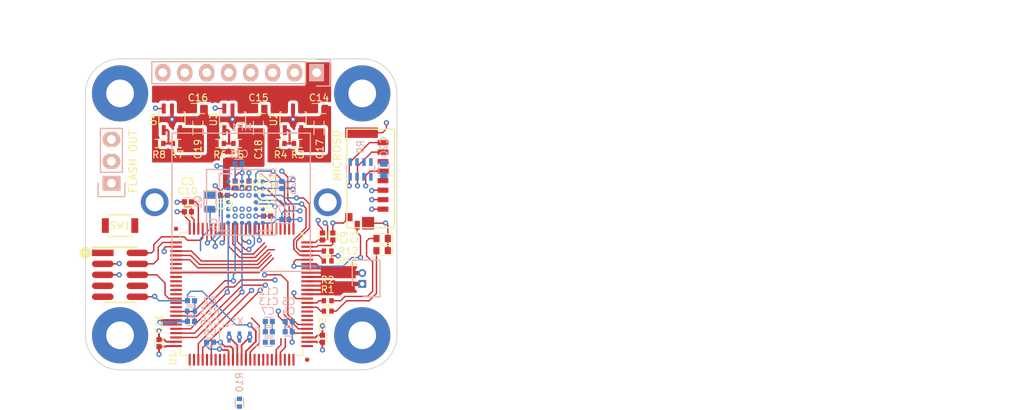
<source format=kicad_pcb>
(kicad_pcb (version 20170123) (host pcbnew "(2017-03-19 revision 2637835a1)-makepkg")
  (title_block (date 2017-06-25) (rev 1.0A))
  (layers (0 F.Cu signal) (1 In1.Cu signal) (2 In2.Cu signal) (31 B.Cu signal) (34 B.Paste user) (35 F.Paste user) (36 B.SilkS user) (37 F.SilkS user) (38 B.Mask user) (39 F.Mask user) (44 Edge.Cuts user))
  (net 0 "")
  (net 1 GND)
  (net 2 "Net-(C1-Pad1)")
  (net 3 NRST)
  (net 4 "Net-(C3-Pad1)")
  (net 5 +3.3V)
  (net 6 +BATT)
  (net 7 +2.8V)
  (net 8 +1.3V)
  (net 9 "Net-(C21-Pad1)")
  (net 10 "Net-(C22-Pad1)")
  (net 11 MICROSD_D2)
  (net 12 MICROSD_D3)
  (net 13 MICROSD_CMD)
  (net 14 MICROSD_CK)
  (net 15 MICROSD_D0)
  (net 16 MICROSD_D1)
  (net 17 MICROSD_DETECT)
  (net 18 "Net-(D1-PadA)")
  (net 19 "Net-(D2-PadA)")
  (net 20 UART_RX)
  (net 21 UART_TX)
  (net 22 IRCUT_A)
  (net 23 IRCUT_B)
  (net 24 AMBIENT_LIGHT)
  (net 25 STATUS0)
  (net 26 STATUS1)
  (net 27 "Net-(R3-Pad2)")
  (net 28 "Net-(R5-Pad2)")
  (net 29 "Net-(R7-Pad2)")
  (net 30 SIO_C)
  (net 31 SIO_D)
  (net 32 RESET)
  (net 33 PWDN)
  (net 34 D4)
  (net 35 D6)
  (net 36 "Net-(U1-Pad12)")
  (net 37 "Net-(U1-Pad13)")
  (net 38 HREF)
  (net 39 PIXCK)
  (net 40 D0)
  (net 41 D1)
  (net 42 XCLK)
  (net 43 PWR_EN)
  (net 44 SWDIO)
  (net 45 SWDCLK)
  (net 46 STROBE)
  (net 47 SWO)
  (net 48 FREX)
  (net 49 EXPSTB)
  (net 50 D5)
  (net 51 VSYNC)
  (net 52 D7)
  (net 53 D2)
  (net 54 D3)
  (net 55 REBOOT_LATCH)
  (net 56 FLASH_DAC)
  (module Applidyne_Connector_Molex:MOLEX_47309-2651 (layer F.Cu) (at 134.4 113.55 270)
    (fp_text reference CON1 hide)
    (fp_text value MOLEX_47309-2651 hide)
    (pad G4 smd rect (at 4.775 3.95 270) (size 0.95 0.85) (layers F.Cu F.Paste F.Mask) (net 1 GND))
    (pad G3 smd rect (at 5.7 2.975 270) (size 1 0.6) (layers F.Cu F.Paste F.Mask) (net 17 MICROSD_DETECT))
    (pad G1 smd rect (at -5 2.48 270) (size 1.2 3.79) (layers F.Cu F.Paste F.Mask) (net 1 GND))
    (pad G2 smd rect (at 5.475 1.725 270) (size 1.45 1.4) (layers F.Cu F.Paste F.Mask) (net 1 GND))
    (pad 8 smd rect (at -3.85 0 270) (size 0.6 1.25) (layers F.Cu F.Paste F.Mask) (net 16 MICROSD_D1))
    (pad 7 smd rect (at -2.75 0 270) (size 0.6 1.25) (layers F.Cu F.Paste F.Mask) (net 15 MICROSD_D0))
    (pad 6 smd rect (at -1.65 0 270) (size 0.6 1.25) (layers F.Cu F.Paste F.Mask) (net 1 GND))
    (pad 5 smd rect (at -0.55 0 270) (size 0.6 1.25) (layers F.Cu F.Paste F.Mask) (net 14 MICROSD_CK))
    (pad 4 smd rect (at 0.55 0 270) (size 0.6 1.25) (layers F.Cu F.Paste F.Mask) (net 5 +3.3V))
    (pad 3 smd rect (at 1.65 0 270) (size 0.6 1.25) (layers F.Cu F.Paste F.Mask) (net 13 MICROSD_CMD))
    (pad 2 smd rect (at 2.75 0 270) (size 0.6 1.25) (layers F.Cu F.Paste F.Mask) (net 12 MICROSD_D3))
    (pad 1 smd rect (at 3.85 0 270) (size 0.6 1.25) (layers F.Cu F.Paste F.Mask) (net 11 MICROSD_D2))
  )
  (module Applidyne_Switch:B3U-1000P (layer F.Cu) (at 104 119.3)
    (fp_text reference SW1 (at 0 0) (layer F.SilkS) (effects (font (size 0.8 0.8) (thickness 0.12))))
    (fp_text value B3U-1000P_SPST-NO_SMD hide)
    (pad 2 smd rect (at -1.7 0) (size 0.8 1.7) (layers F.Cu F.Paste F.Mask))
    (pad 1 smd rect (at 1.7 0) (size 0.8 1.7) (layers F.Cu F.Paste F.Mask))
  )
  (module Applidyne_Capacitor:CAPC1005X60N (layer F.Cu) (at 128.6 120.560128 90)
    (fp_text reference C1 (at -0.039872 2.5 90) (layer F.SilkS) (effects (font (size 0.8 0.8) (thickness 0.12))))
    (fp_text value 1UF_X5R_1005M hide)
    (pad 2 smd rect (at 0.405 0 270) (size 0.59 0.6) (layers F.Cu F.Paste F.Mask) (net 1 GND))
    (pad 1 smd rect (at -0.405 0 270) (size 0.59 0.6) (layers F.Cu F.Paste F.Mask) (net 2 "Net-(C1-Pad1)"))
  )
  (module Applidyne_Capacitor:CAPC1005X60N (layer B.Cu) (at 112.2 128)
    (fp_text reference C2 (at 2.2 0) (layer B.SilkS) (effects (font (size 0.8 0.8) (thickness 0.12)) (justify mirror)))
    (fp_text value 100NF_X7R_1005M hide)
    (pad 2 smd rect (at 0.405 0 180) (size 0.59 0.6) (layers B.Cu B.Paste B.Mask) (net 1 GND))
    (pad 1 smd rect (at -0.405 0 180) (size 0.59 0.6) (layers B.Cu B.Paste B.Mask) (net 3 NRST))
  )
  (module Applidyne_Capacitor:CAPC1005X60N (layer F.Cu) (at 111.85 116.55 180)
    (fp_text reference C3 (at 0.05 2.35 180) (layer F.SilkS) (effects (font (size 0.8 0.8) (thickness 0.12))))
    (fp_text value 1UF_X5R_1005M hide)
    (pad 2 smd rect (at 0.405 0) (size 0.59 0.6) (layers F.Cu F.Paste F.Mask) (net 1 GND))
    (pad 1 smd rect (at -0.405 0) (size 0.59 0.6) (layers F.Cu F.Paste F.Mask) (net 4 "Net-(C3-Pad1)"))
  )
  (module Applidyne_Capacitor:CAPC1005X60N (layer B.Cu) (at 123.5 131.6)
    (fp_text reference C4 (at -0.017154 -2.4) (layer B.SilkS) (effects (font (size 0.8 0.8) (thickness 0.12)) (justify mirror)))
    (fp_text value 1UF_X5R_1005M hide)
    (pad 1 smd rect (at -0.405 0 180) (size 0.59 0.6) (layers B.Cu B.Paste B.Mask) (net 5 +3.3V))
    (pad 2 smd rect (at 0.405 0 180) (size 0.59 0.6) (layers B.Cu B.Paste B.Mask) (net 1 GND))
  )
  (module Applidyne_Capacitor:CAPC1005X60N (layer B.Cu) (at 123.5 130.4)
    (fp_text reference C5 (at -0.017154 -2.3) (layer B.SilkS) (effects (font (size 0.8 0.8) (thickness 0.12)) (justify mirror)))
    (fp_text value 100NF_X7R_1005M hide)
    (pad 2 smd rect (at 0.405 0 180) (size 0.59 0.6) (layers B.Cu B.Paste B.Mask) (net 1 GND))
    (pad 1 smd rect (at -0.405 0 180) (size 0.59 0.6) (layers B.Cu B.Paste B.Mask) (net 5 +3.3V))
  )
  (module Applidyne_Capacitor:CAPC1005X60N (layer B.Cu) (at 114.4 132.8 180)
    (fp_text reference C6 (at 0 1.2 180) (layer B.SilkS) (effects (font (size 0.8 0.8) (thickness 0.12)) (justify mirror)))
    (fp_text value 100NF_X7R_1005M hide)
    (pad 1 smd rect (at -0.405 0) (size 0.59 0.6) (layers B.Cu B.Paste B.Mask) (net 5 +3.3V))
    (pad 2 smd rect (at 0.405 0) (size 0.59 0.6) (layers B.Cu B.Paste B.Mask) (net 1 GND))
  )
  (module Applidyne_Capacitor:CAPC1005X60N (layer B.Cu) (at 121.2 132.8)
    (fp_text reference C7 (at -0.1 -3.6) (layer B.SilkS) (effects (font (size 0.8 0.8) (thickness 0.12)) (justify mirror)))
    (fp_text value 100NF_X7R_1005M hide)
    (pad 1 smd rect (at -0.405 0 180) (size 0.59 0.6) (layers B.Cu B.Paste B.Mask) (net 5 +3.3V))
    (pad 2 smd rect (at 0.405 0 180) (size 0.59 0.6) (layers B.Cu B.Paste B.Mask) (net 1 GND))
  )
  (module Applidyne_Capacitor:CAPC1005X60N (layer F.Cu) (at 127.4 132.4 270)
    (fp_text reference C8 (at -1.7 0 270) (layer F.SilkS) (effects (font (size 0.8 0.8) (thickness 0.12))))
    (fp_text value 100NF_X7R_1005M hide)
    (pad 2 smd rect (at 0.405 0 90) (size 0.59 0.6) (layers F.Cu F.Paste F.Mask) (net 1 GND))
    (pad 1 smd rect (at -0.405 0 90) (size 0.59 0.6) (layers F.Cu F.Paste F.Mask) (net 5 +3.3V))
  )
  (module Applidyne_Capacitor:CAPC1005X60N (layer F.Cu) (at 127.4 120.560128 90)
    (fp_text reference C9 (at -0.139872 2.5 90) (layer F.SilkS) (effects (font (size 0.8 0.8) (thickness 0.12))))
    (fp_text value 100NF_X7R_1005M hide)
    (pad 2 smd rect (at 0.405 0 270) (size 0.59 0.6) (layers F.Cu F.Paste F.Mask) (net 1 GND))
    (pad 1 smd rect (at -0.405 0 270) (size 0.59 0.6) (layers F.Cu F.Paste F.Mask) (net 5 +3.3V))
  )
  (module Applidyne_Capacitor:CAPC1005X60N (layer F.Cu) (at 111.85 117.7)
    (fp_text reference C10 (at -0.05 -2.4) (layer F.SilkS) (effects (font (size 0.8 0.8) (thickness 0.12))))
    (fp_text value 100NF_X7R_1005M hide)
    (pad 2 smd rect (at 0.405 0 180) (size 0.59 0.6) (layers F.Cu F.Paste F.Mask) (net 1 GND))
    (pad 1 smd rect (at -0.405 0 180) (size 0.59 0.6) (layers F.Cu F.Paste F.Mask) (net 5 +3.3V))
  )
  (module Applidyne_Capacitor:CAPC1005X60N (layer F.Cu) (at 108.5 132.9 90)
    (fp_text reference C11 (at 2.2 0 90) (layer F.SilkS) (effects (font (size 0.8 0.8) (thickness 0.12))))
    (fp_text value 100NF_X7R_1005M hide)
    (pad 2 smd rect (at 0.405 0 270) (size 0.59 0.6) (layers F.Cu F.Paste F.Mask) (net 1 GND))
    (pad 1 smd rect (at -0.405 0 270) (size 0.59 0.6) (layers F.Cu F.Paste F.Mask) (net 5 +3.3V))
  )
  (module Applidyne_Capacitor:CAPC1005X60N (layer B.Cu) (at 121.2 130.4 180)
    (fp_text reference C12 (at 0.017154 3.5 180) (layer B.SilkS) (effects (font (size 0.8 0.8) (thickness 0.12)) (justify mirror)))
    (fp_text value 1UF_X5R_1005M hide)
    (pad 1 smd rect (at -0.405 0) (size 0.59 0.6) (layers B.Cu B.Paste B.Mask) (net 5 +3.3V))
    (pad 2 smd rect (at 0.405 0) (size 0.59 0.6) (layers B.Cu B.Paste B.Mask) (net 1 GND))
  )
  (module Applidyne_Capacitor:CAPC1005X60N (layer B.Cu) (at 121.2 131.6 180)
    (fp_text reference C13 (at 0.017154 3.5 180) (layer B.SilkS) (effects (font (size 0.8 0.8) (thickness 0.12)) (justify mirror)))
    (fp_text value 100NF_X7R_1005M hide)
    (pad 1 smd rect (at -0.405 0) (size 0.59 0.6) (layers B.Cu B.Paste B.Mask) (net 5 +3.3V))
    (pad 2 smd rect (at 0.405 0) (size 0.59 0.6) (layers B.Cu B.Paste B.Mask) (net 1 GND))
  )
  (module Applidyne_Capacitor:CAPC1608X90L (layer F.Cu) (at 127 105.75)
    (fp_text reference C14 (at 0 -1.25) (layer F.SilkS) (effects (font (size 0.8 0.8) (thickness 0.12))))
    (fp_text value 2.2UF_X7R_1608M hide)
    (pad 1 smd rect (at -0.675 0 180) (size 0.72 0.87) (layers F.Cu F.Paste F.Mask) (net 6 +BATT))
    (pad 2 smd rect (at 0.675 0 180) (size 0.72 0.87) (layers F.Cu F.Paste F.Mask) (net 1 GND))
  )
  (module Applidyne_Capacitor:CAPC1608X90L (layer F.Cu) (at 120 105.75)
    (fp_text reference C15 (at 0 -1.25) (layer F.SilkS) (effects (font (size 0.8 0.8) (thickness 0.12))))
    (fp_text value 2.2UF_X7R_1608M hide)
    (pad 1 smd rect (at -0.675 0 180) (size 0.72 0.87) (layers F.Cu F.Paste F.Mask) (net 6 +BATT))
    (pad 2 smd rect (at 0.675 0 180) (size 0.72 0.87) (layers F.Cu F.Paste F.Mask) (net 1 GND))
  )
  (module Applidyne_Capacitor:CAPC1608X90L (layer F.Cu) (at 113 105.75)
    (fp_text reference C16 (at 0 -1.25) (layer F.SilkS) (effects (font (size 0.8 0.8) (thickness 0.12))))
    (fp_text value 2.2UF_X7R_1608M hide)
    (pad 2 smd rect (at 0.675 0 180) (size 0.72 0.87) (layers F.Cu F.Paste F.Mask) (net 1 GND))
    (pad 1 smd rect (at -0.675 0 180) (size 0.72 0.87) (layers F.Cu F.Paste F.Mask) (net 6 +BATT))
  )
  (module Applidyne_Capacitor:CAPC1608X90L (layer F.Cu) (at 127 108 90)
    (fp_text reference C17 (at -2.45 0.1 90) (layer F.SilkS) (effects (font (size 0.8 0.8) (thickness 0.12))))
    (fp_text value 2.2UF_X7R_1608M hide)
    (pad 2 smd rect (at 0.675 0 270) (size 0.72 0.87) (layers F.Cu F.Paste F.Mask) (net 1 GND))
    (pad 1 smd rect (at -0.675 0 270) (size 0.72 0.87) (layers F.Cu F.Paste F.Mask) (net 5 +3.3V))
  )
  (module Applidyne_Capacitor:CAPC1608X90L (layer F.Cu) (at 120 108 90)
    (fp_text reference C18 (at -2.5 0 90) (layer F.SilkS) (effects (font (size 0.8 0.8) (thickness 0.12))))
    (fp_text value 2.2UF_X7R_1608M hide)
    (pad 2 smd rect (at 0.675 0 270) (size 0.72 0.87) (layers F.Cu F.Paste F.Mask) (net 1 GND))
    (pad 1 smd rect (at -0.675 0 270) (size 0.72 0.87) (layers F.Cu F.Paste F.Mask) (net 7 +2.8V))
  )
  (module Applidyne_Capacitor:CAPC1608X90L (layer F.Cu) (at 113 108 90)
    (fp_text reference C19 (at -2.45 0 90) (layer F.SilkS) (effects (font (size 0.8 0.8) (thickness 0.12))))
    (fp_text value 2.2UF_X7R_1608M hide)
    (pad 1 smd rect (at -0.675 0 270) (size 0.72 0.87) (layers F.Cu F.Paste F.Mask) (net 8 +1.3V))
    (pad 2 smd rect (at 0.675 0 270) (size 0.72 0.87) (layers F.Cu F.Paste F.Mask) (net 1 GND))
  )
  (module Applidyne_Capacitor:CAPC1005X60N (layer B.Cu) (at 117.7 112.1)
    (fp_text reference C21 (at 0 -1.1) (layer B.SilkS) (effects (font (size 0.8 0.8) (thickness 0.12)) (justify mirror)))
    (fp_text value 100NF_X7R_1005M hide)
    (pad 1 smd rect (at -0.405 0 180) (size 0.59 0.6) (layers B.Cu B.Paste B.Mask) (net 9 "Net-(C21-Pad1)"))
    (pad 2 smd rect (at 0.405 0 180) (size 0.59 0.6) (layers B.Cu B.Paste B.Mask) (net 1 GND))
  )
  (module Applidyne_Capacitor:CAPC1005X60N (layer F.Cu) (at 116 115.8 180)
    (fp_text reference C22 (at 0 -1.2 180) (layer F.SilkS) (effects (font (size 0.8 0.8) (thickness 0.12))))
    (fp_text value 100NF_X7R_1005M hide)
    (pad 1 smd rect (at -0.405 0) (size 0.59 0.6) (layers F.Cu F.Paste F.Mask) (net 10 "Net-(C22-Pad1)"))
    (pad 2 smd rect (at 0.405 0) (size 0.59 0.6) (layers F.Cu F.Paste F.Mask) (net 1 GND))
  )
  (module Applidyne_Capacitor:CAPC1005X60N (layer F.Cu) (at 117.3 114.55 90)
    (fp_text reference C24 (at 0.05 2.9 90) (layer F.SilkS) (effects (font (size 0.8 0.8) (thickness 0.12))))
    (fp_text value 1UF_X5R_1005M hide)
    (pad 2 smd rect (at 0.405 0 270) (size 0.59 0.6) (layers F.Cu F.Paste F.Mask) (net 1 GND))
    (pad 1 smd rect (at -0.405 0 270) (size 0.59 0.6) (layers F.Cu F.Paste F.Mask) (net 7 +2.8V))
  )
  (module Applidyne_Capacitor:CAPC1005X60N (layer B.Cu) (at 122.7 114.6 90)
    (fp_text reference C25 (at 0 1.2 90) (layer B.SilkS) (effects (font (size 0.8 0.8) (thickness 0.12)) (justify mirror)))
    (fp_text value 100NF_X7R_1005M hide)
    (pad 2 smd rect (at 0.405 0 270) (size 0.59 0.6) (layers B.Cu B.Paste B.Mask) (net 1 GND))
    (pad 1 smd rect (at -0.405 0 270) (size 0.59 0.6) (layers B.Cu B.Paste B.Mask) (net 5 +3.3V))
  )
  (module Applidyne_Capacitor:CAPC1005X60N (layer F.Cu) (at 118.9 114.55 90)
    (fp_text reference C26 (at 0.05 2.5 90) (layer F.SilkS) (effects (font (size 0.8 0.8) (thickness 0.12))))
    (fp_text value 100NF_X7R_1005M hide)
    (pad 1 smd rect (at -0.405 0 270) (size 0.59 0.6) (layers F.Cu F.Paste F.Mask) (net 7 +2.8V))
    (pad 2 smd rect (at 0.405 0 270) (size 0.59 0.6) (layers F.Cu F.Paste F.Mask) (net 1 GND))
  )
  (module Applidyne_Capacitor:CAPC1005X60N (layer B.Cu) (at 123.105 118.6)
    (fp_text reference C27 (at 0.195 -1.2) (layer B.SilkS) (effects (font (size 0.8 0.8) (thickness 0.12)) (justify mirror)))
    (fp_text value 100NF_X7R_1005M hide)
    (pad 1 smd rect (at -0.405 0 180) (size 0.59 0.6) (layers B.Cu B.Paste B.Mask) (net 5 +3.3V))
    (pad 2 smd rect (at 0.405 0 180) (size 0.59 0.6) (layers B.Cu B.Paste B.Mask) (net 1 GND))
  )
  (module Applidyne_Mount:MTGP650H330 (layer F.Cu) (at 132 104)
    (fp_text reference MNT1 hide)
    (fp_text value MNT_M3_PLATED hide)
    (pad 1 thru_hole circle (at 0 0) (size 6.5 6.5) (drill 3.2) (layers *.Cu *.Mask) (net 1 GND))
  )
  (module Applidyne_Mount:MTGP650H330 (layer F.Cu) (at 132 132)
    (fp_text reference MNT2 hide)
    (fp_text value MNT_M3_PLATED hide)
    (pad 1 thru_hole circle (at 0 0) (size 6.5 6.5) (drill 3.2) (layers *.Cu *.Mask) (net 1 GND))
  )
  (module Applidyne_Mount:MTGP650H330 (layer F.Cu) (at 104 132)
    (fp_text reference MNT3 hide)
    (fp_text value MNT_M3_PLATED hide)
    (pad 1 thru_hole circle (at 0 0) (size 6.5 6.5) (drill 3.2) (layers *.Cu *.Mask) (net 1 GND))
  )
  (module Applidyne_Mount:MTGP650H330 (layer F.Cu) (at 104 104)
    (fp_text reference MNT4 hide)
    (fp_text value MNT_M3_PLATED hide)
    (pad 1 thru_hole circle (at 0 0) (size 6.5 6.5) (drill 3.2) (layers *.Cu *.Mask) (net 1 GND))
  )
  (module Applidyne_Special:M12x0.5_LENS_MOUNT_IR_SWITCHNG (layer B.Cu) (at 118 116.6 180)
    (fp_text reference MP1 (at 0 8.7 180) (layer B.SilkS) (effects (font (size 0.8 0.8) (thickness 0.12)) (justify mirror)))
    (fp_text value M12_LENS_MOUNT_IR_SWITCHNG hide)
    (pad "" np_thru_hole circle (at 10 0 180) (size 3.2 3.2) (drill 2.1) (layers *.Cu *.Mask))
    (pad "" np_thru_hole circle (at -10 0 180) (size 3.2 3.2) (drill 2.1) (layers *.Cu *.Mask))
  )
  (module Applidyne_Connector_Molex:MOLEX_PICOBLADE_53047-0210 (layer B.Cu) (at 132 126.05 90)
    (fp_text reference P2 hide)
    (fp_text value MOLEX_PICO_PTH_VERT_2_WAY hide)
    (pad 1 thru_hole rect (at 0 0 90) (size 0.9 0.9) (drill 0.5) (layers *.Cu *.Mask) (net 22 IRCUT_A))
    (pad 2 thru_hole oval (at 1.25 0 90) (size 0.9 0.9) (drill 0.5) (layers *.Cu *.Mask) (net 23 IRCUT_B))
  )
  (module Applidyne_Resistor:RESC1005X40N (layer F.Cu) (at 128 129.2)
    (fp_text reference R1 (at 0 -2.5) (layer F.SilkS) (effects (font (size 0.8 0.8) (thickness 0.12))))
    (fp_text value 1K_1005M hide)
    (pad 2 smd rect (at 0.445 0 180) (size 0.51 0.6) (layers F.Cu F.Paste F.Mask) (net 18 "Net-(D1-PadA)"))
    (pad 1 smd rect (at -0.445 0 180) (size 0.51 0.6) (layers F.Cu F.Paste F.Mask) (net 25 STATUS0))
  )
  (module Applidyne_Resistor:RESC1005X40N (layer F.Cu) (at 128 128)
    (fp_text reference R2 (at 0 -2.4) (layer F.SilkS) (effects (font (size 0.8 0.8) (thickness 0.12))))
    (fp_text value 1K_1005M hide)
    (pad 1 smd rect (at -0.445 0 180) (size 0.51 0.6) (layers F.Cu F.Paste F.Mask) (net 26 STATUS1))
    (pad 2 smd rect (at 0.445 0 180) (size 0.51 0.6) (layers F.Cu F.Paste F.Mask) (net 19 "Net-(D2-PadA)"))
  )
  (module Applidyne_Resistor:RESC1005X40N (layer F.Cu) (at 124.555 109.8 180)
    (fp_text reference R3 (at 0 -1.3 180) (layer F.SilkS) (effects (font (size 0.8 0.8) (thickness 0.12))))
    (fp_text value 51K_1005M hide)
    (pad 1 smd rect (at -0.445 0) (size 0.51 0.6) (layers F.Cu F.Paste F.Mask) (net 5 +3.3V))
    (pad 2 smd rect (at 0.445 0) (size 0.51 0.6) (layers F.Cu F.Paste F.Mask) (net 27 "Net-(R3-Pad2)"))
  )
  (module Applidyne_Resistor:RESC1005X40N (layer F.Cu) (at 122.555 109.8 180)
    (fp_text reference R4 (at 0 -1.3 180) (layer F.SilkS) (effects (font (size 0.8 0.8) (thickness 0.12))))
    (fp_text value 82K_1005M hide)
    (pad 2 smd rect (at 0.445 0) (size 0.51 0.6) (layers F.Cu F.Paste F.Mask) (net 1 GND))
    (pad 1 smd rect (at -0.445 0) (size 0.51 0.6) (layers F.Cu F.Paste F.Mask) (net 27 "Net-(R3-Pad2)"))
  )
  (module Applidyne_Resistor:RESC1005X40N (layer F.Cu) (at 117.555 109.8 180)
    (fp_text reference R5 (at 0 -1.3 180) (layer F.SilkS) (effects (font (size 0.8 0.8) (thickness 0.12))))
    (fp_text value 47K_1005M hide)
    (pad 1 smd rect (at -0.445 0) (size 0.51 0.6) (layers F.Cu F.Paste F.Mask) (net 7 +2.8V))
    (pad 2 smd rect (at 0.445 0) (size 0.51 0.6) (layers F.Cu F.Paste F.Mask) (net 28 "Net-(R5-Pad2)"))
  )
  (module Applidyne_Resistor:RESC1005X40N (layer F.Cu) (at 115.555 109.8 180)
    (fp_text reference R6 (at 0 -1.3 180) (layer F.SilkS) (effects (font (size 0.8 0.8) (thickness 0.12))))
    (fp_text value 56K2_1005M hide)
    (pad 2 smd rect (at 0.445 0) (size 0.51 0.6) (layers F.Cu F.Paste F.Mask) (net 1 GND))
    (pad 1 smd rect (at -0.445 0) (size 0.51 0.6) (layers F.Cu F.Paste F.Mask) (net 28 "Net-(R5-Pad2)"))
  )
  (module Applidyne_Resistor:RESC1005X40N (layer F.Cu) (at 110.555 109.8 180)
    (fp_text reference R7 (at -0.045 -1.3 180) (layer F.SilkS) (effects (font (size 0.8 0.8) (thickness 0.12))))
    (fp_text value 100K_1005M hide)
    (pad 1 smd rect (at -0.445 0) (size 0.51 0.6) (layers F.Cu F.Paste F.Mask) (net 8 +1.3V))
    (pad 2 smd rect (at 0.445 0) (size 0.51 0.6) (layers F.Cu F.Paste F.Mask) (net 29 "Net-(R7-Pad2)"))
  )
  (module Applidyne_Resistor:RESC1005X40N (layer F.Cu) (at 108.555 109.8 180)
    (fp_text reference R8 (at 0.05 -1.3) (layer F.SilkS) (effects (font (size 0.8 0.8) (thickness 0.12))))
    (fp_text value 3K6_1005M hide)
    (pad 1 smd rect (at -0.445 0) (size 0.51 0.6) (layers F.Cu F.Paste F.Mask) (net 29 "Net-(R7-Pad2)"))
    (pad 2 smd rect (at 0.445 0) (size 0.51 0.6) (layers F.Cu F.Paste F.Mask) (net 1 GND))
  )
  (module Applidyne_Resistor:R_Array_Concave_4x1608M (layer B.Cu) (at 131.8 112.8 270)
    (fp_text reference R9 (at -2.6 0 90) (layer B.SilkS) (effects (font (size 0.8 0.8) (thickness 0.12)) (justify mirror)))
    (fp_text value 47K_QUAD_ARRAY_1608M)
    (pad 5 smd rect (at 0.85 -1.2 270) (size 0.9 0.4) (layers B.Cu B.Paste B.Mask) (net 16 MICROSD_D1))
    (pad 6 smd rect (at 0.85 -0.4 270) (size 0.9 0.4) (layers B.Cu B.Paste B.Mask) (net 15 MICROSD_D0))
    (pad 7 smd rect (at 0.85 0.4 270) (size 0.9 0.4) (layers B.Cu B.Paste B.Mask) (net 12 MICROSD_D3))
    (pad 8 smd rect (at 0.85 1.2 270) (size 0.9 0.4) (layers B.Cu B.Paste B.Mask) (net 11 MICROSD_D2))
    (pad 4 smd rect (at -0.85 -1.2 270) (size 0.9 0.4) (layers B.Cu B.Paste B.Mask) (net 5 +3.3V))
    (pad 1 smd rect (at -0.85 1.2 270) (size 0.9 0.4) (layers B.Cu B.Paste B.Mask) (net 5 +3.3V))
    (pad 3 smd rect (at -0.85 -0.4 270) (size 0.9 0.4) (layers B.Cu B.Paste B.Mask) (net 5 +3.3V))
    (pad 2 smd rect (at -0.85 0.4 270) (size 0.9 0.4) (layers B.Cu B.Paste B.Mask) (net 5 +3.3V))
  )
  (module Applidyne_Resistor:RESC1005X40N (layer B.Cu) (at 117.8 139.8 270)
    (fp_text reference R10 (at -2.355 0 270) (layer B.SilkS) (effects (font (size 0.8 0.8) (thickness 0.12)) (justify mirror)))
    (fp_text value 10K_1005M hide)
    (pad 2 smd rect (at 0.445 0 90) (size 0.51 0.6) (layers B.Cu B.Paste B.Mask) (net 1 GND))
    (pad 1 smd rect (at -0.445 0 90) (size 0.51 0.6) (layers B.Cu B.Paste B.Mask) (net 24 AMBIENT_LIGHT))
  )
  (module Applidyne_Resistor:RESC1005X40N (layer F.Cu) (at 128 123.4 180)
    (fp_text reference R11 (at -2.4 0 180) (layer F.SilkS) (effects (font (size 0.8 0.8) (thickness 0.12))))
    (fp_text value 4K7_1005M hide)
    (pad 2 smd rect (at 0.445 0) (size 0.51 0.6) (layers F.Cu F.Paste F.Mask) (net 30 SIO_C))
    (pad 1 smd rect (at -0.445 0) (size 0.51 0.6) (layers F.Cu F.Paste F.Mask) (net 5 +3.3V))
  )
  (module Applidyne_Resistor:RESC1005X40N (layer F.Cu) (at 128 122.25 180)
    (fp_text reference R12 (at -2.4 0 180) (layer F.SilkS) (effects (font (size 0.8 0.8) (thickness 0.12))))
    (fp_text value 4K7_1005M hide)
    (pad 1 smd rect (at -0.445 0) (size 0.51 0.6) (layers F.Cu F.Paste F.Mask) (net 5 +3.3V))
    (pad 2 smd rect (at 0.445 0) (size 0.51 0.6) (layers F.Cu F.Paste F.Mask) (net 31 SIO_D))
  )
  (module Applidyne_SOT:SOT95P280X145-5L30N (layer F.Cu) (at 124 107 180)
    (fp_text reference U2 (at 2.250054 0 90) (layer F.SilkS) (effects (font (size 0.8 0.8) (thickness 0.12))))
    (fp_text value AP2210K-ADJ hide)
    (pad 1 smd rect (at -0.95 1.25 270) (size 1.15 0.46) (layers F.Cu F.Paste F.Mask) (net 6 +BATT))
    (pad 2 smd rect (at 0 1.25 270) (size 1.15 0.46) (layers F.Cu F.Paste F.Mask) (net 1 GND))
    (pad 3 smd rect (at 0.95 1.25 270) (size 1.15 0.46) (layers F.Cu F.Paste F.Mask) (net 6 +BATT))
    (pad 4 smd rect (at 0.95 -1.25 270) (size 1.15 0.46) (layers F.Cu F.Paste F.Mask) (net 27 "Net-(R3-Pad2)"))
    (pad 5 smd rect (at -0.95 -1.25 270) (size 1.15 0.46) (layers F.Cu F.Paste F.Mask) (net 5 +3.3V))
  )
  (module Applidyne_SOT:SOT95P280X145-5L30N (layer F.Cu) (at 117 107 180)
    (fp_text reference U3 (at 2.2 0 90) (layer F.SilkS) (effects (font (size 0.8 0.8) (thickness 0.12))))
    (fp_text value AP2210K-ADJ hide)
    (pad 5 smd rect (at -0.95 -1.25 270) (size 1.15 0.46) (layers F.Cu F.Paste F.Mask) (net 7 +2.8V))
    (pad 4 smd rect (at 0.95 -1.25 270) (size 1.15 0.46) (layers F.Cu F.Paste F.Mask) (net 28 "Net-(R5-Pad2)"))
    (pad 3 smd rect (at 0.95 1.25 270) (size 1.15 0.46) (layers F.Cu F.Paste F.Mask) (net 43 PWR_EN))
    (pad 2 smd rect (at 0 1.25 270) (size 1.15 0.46) (layers F.Cu F.Paste F.Mask) (net 1 GND))
    (pad 1 smd rect (at -0.95 1.25 270) (size 1.15 0.46) (layers F.Cu F.Paste F.Mask) (net 6 +BATT))
  )
  (module Applidyne_SOT:SOT95P280X145-5L30N (layer F.Cu) (at 110 107 180)
    (fp_text reference U4 (at 2.2 0 270) (layer F.SilkS) (effects (font (size 0.8 0.8) (thickness 0.12))))
    (fp_text value AP2210K-ADJ hide)
    (pad 1 smd rect (at -0.95 1.25 270) (size 1.15 0.46) (layers F.Cu F.Paste F.Mask) (net 6 +BATT))
    (pad 2 smd rect (at 0 1.25 270) (size 1.15 0.46) (layers F.Cu F.Paste F.Mask) (net 1 GND))
    (pad 3 smd rect (at 0.95 1.25 270) (size 1.15 0.46) (layers F.Cu F.Paste F.Mask) (net 43 PWR_EN))
    (pad 4 smd rect (at 0.95 -1.25 270) (size 1.15 0.46) (layers F.Cu F.Paste F.Mask) (net 29 "Net-(R7-Pad2)"))
    (pad 5 smd rect (at -0.95 -1.25 270) (size 1.15 0.46) (layers F.Cu F.Paste F.Mask) (net 8 +1.3V))
  )
  (module Applidyne_Special:OV2640_CSP_38 (layer B.Cu) (at 118.5 116.6 180)
    (fp_text reference U5 (at 3.7 -2.6 270) (layer B.SilkS) (effects (font (size 0.8 0.8) (thickness 0.12)) (justify mirror)))
    (fp_text value OV02640-VL9A)
    (pad A1 smd circle (at -2 2.4 180) (size 0.5 0.5) (layers B.Cu B.Paste B.Mask) (net 1 GND))
    (pad B1 smd circle (at -2 1.6 180) (size 0.5 0.5) (layers B.Cu B.Paste B.Mask) (net 5 +3.3V))
    (pad C1 smd circle (at -2 0.8 180) (size 0.5 0.5) (layers B.Cu B.Paste B.Mask) (net 31 SIO_D))
    (pad E1 smd circle (at -2 -0.8 180) (size 0.5 0.5) (layers B.Cu B.Paste B.Mask))
    (pad F1 smd circle (at -2 -1.6 180) (size 0.5 0.5) (layers B.Cu B.Paste B.Mask) (net 5 +3.3V))
    (pad G1 smd circle (at -2 -2.4 180) (size 0.5 0.5) (layers B.Cu B.Paste B.Mask) (net 5 +3.3V))
    (pad A2 smd circle (at -1.2 2.4 180) (size 0.5 0.5) (layers B.Cu B.Paste B.Mask) (net 49 EXPSTB))
    (pad B2 smd circle (at -1.2 1.6 180) (size 0.5 0.5) (layers B.Cu B.Paste B.Mask) (net 48 FREX))
    (pad C2 smd circle (at -1.2 0.8 180) (size 0.5 0.5) (layers B.Cu B.Paste B.Mask) (net 30 SIO_C))
    (pad D2 smd circle (at -1.2 0 180) (size 0.5 0.5) (layers B.Cu B.Paste B.Mask) (net 51 VSYNC))
    (pad E2 smd circle (at -1.2 -0.8 180) (size 0.5 0.5) (layers B.Cu B.Paste B.Mask))
    (pad F2 smd circle (at -1.2 -1.6 180) (size 0.5 0.5) (layers B.Cu B.Paste B.Mask) (net 8 +1.3V))
    (pad G2 smd circle (at -1.2 -2.4 180) (size 0.5 0.5) (layers B.Cu B.Paste B.Mask) (net 1 GND))
    (pad A3 smd circle (at -0.4 2.4 180) (size 0.5 0.5) (layers B.Cu B.Paste B.Mask) (net 1 GND))
    (pad B3 smd circle (at -0.4 1.6 180) (size 0.5 0.5) (layers B.Cu B.Paste B.Mask) (net 7 +2.8V))
    (pad C3 smd circle (at -0.4 0.8 180) (size 0.5 0.5) (layers B.Cu B.Paste B.Mask) (net 38 HREF))
    (pad E3 smd circle (at -0.4 -0.8 180) (size 0.5 0.5) (layers B.Cu B.Paste B.Mask) (net 39 PIXCK))
    (pad F3 smd circle (at -0.4 -1.6 180) (size 0.5 0.5) (layers B.Cu B.Paste B.Mask) (net 40 D0))
    (pad G3 smd circle (at -0.4 -2.4 180) (size 0.5 0.5) (layers B.Cu B.Paste B.Mask) (net 41 D1))
    (pad A4 smd circle (at 0.4 2.4 180) (size 0.5 0.5) (layers B.Cu B.Paste B.Mask) (net 1 GND))
    (pad B4 smd circle (at 0.4 1.6 180) (size 0.5 0.5) (layers B.Cu B.Paste B.Mask) (net 7 +2.8V))
    (pad C4 smd circle (at 0.4 0.8 180) (size 0.5 0.5) (layers B.Cu B.Paste B.Mask) (net 42 XCLK))
    (pad E4 smd circle (at 0.4 -0.8 180) (size 0.5 0.5) (layers B.Cu B.Paste B.Mask) (net 1 GND))
    (pad F4 smd circle (at 0.4 -1.6 180) (size 0.5 0.5) (layers B.Cu B.Paste B.Mask) (net 53 D2))
    (pad G4 smd circle (at 0.4 -2.4 180) (size 0.5 0.5) (layers B.Cu B.Paste B.Mask) (net 54 D3))
    (pad A5 smd circle (at 1.2 2.4 180) (size 0.5 0.5) (layers B.Cu B.Paste B.Mask) (net 9 "Net-(C21-Pad1)"))
    (pad B5 smd circle (at 1.2 1.6 180) (size 0.5 0.5) (layers B.Cu B.Paste B.Mask) (net 7 +2.8V))
    (pad C5 smd circle (at 1.2 0.8 180) (size 0.5 0.5) (layers B.Cu B.Paste B.Mask) (net 10 "Net-(C22-Pad1)"))
    (pad E5 smd circle (at 1.2 -0.8 180) (size 0.5 0.5) (layers B.Cu B.Paste B.Mask) (net 34 D4))
    (pad F5 smd circle (at 1.2 -1.6 180) (size 0.5 0.5) (layers B.Cu B.Paste B.Mask) (net 35 D6))
    (pad G5 smd circle (at 1.2 -2.4 180) (size 0.5 0.5) (layers B.Cu B.Paste B.Mask) (net 50 D5))
    (pad A6 smd circle (at 2 2.4 180) (size 0.5 0.5) (layers B.Cu B.Paste B.Mask) (net 46 STROBE))
    (pad B6 smd circle (at 2 1.6 180) (size 0.5 0.5) (layers B.Cu B.Paste B.Mask) (net 33 PWDN))
    (pad C6 smd circle (at 2 0.8 180) (size 0.5 0.5) (layers B.Cu B.Paste B.Mask) (net 32 RESET))
    (pad D6 smd circle (at 2 0 180) (size 0.5 0.5) (layers B.Cu B.Paste B.Mask))
    (pad E6 smd circle (at 2 -0.8 180) (size 0.5 0.5) (layers B.Cu B.Paste B.Mask))
    (pad F6 smd circle (at 2 -1.6 180) (size 0.5 0.5) (layers B.Cu B.Paste B.Mask) (net 8 +1.3V))
    (pad G6 smd circle (at 2 -2.4 180) (size 0.5 0.5) (layers B.Cu B.Paste B.Mask) (net 52 D7))
  )
  (module Applidyne_Crystal:OSCSC-CSCTE-CERALOCK (layer B.Cu) (at 117.8 132.2)
    (fp_text reference X1 (at -0.3 -1.8 -180) (layer B.SilkS) (effects (font (size 0.8 0.8) (thickness 0.12)) (justify mirror)))
    (fp_text value CSTCE16M0V53A hide)
    (pad 1 smd rect (at -1.2 0 180) (size 0.4 1.3) (layers B.Cu B.Paste B.Mask) (net 36 "Net-(U1-Pad12)"))
    (pad 2 smd rect (at 0 0 180) (size 0.4 1.3) (layers B.Cu B.Paste B.Mask) (net 1 GND))
    (pad 3 smd rect (at 1.2 0 180) (size 0.4 1.3) (layers B.Cu B.Paste B.Mask) (net 37 "Net-(U1-Pad13)"))
  )
  (module Applidyne_Connector:HARWIN_M50-3600542 (layer F.Cu) (at 104 125 270)
    (fp_text reference X2 hide)
    (fp_text value SWD hide)
    (pad 9 smd oval (at 2.54 2 270) (size 0.75 2.5) (layers F.Cu F.Paste F.Mask))
    (pad 7 smd oval (at 1.27 2 270) (size 0.75 2.5) (layers F.Cu F.Paste F.Mask))
    (pad 5 smd oval (at 0 2 270) (size 0.75 2.5) (layers F.Cu F.Paste F.Mask) (net 1 GND))
    (pad 3 smd oval (at -1.27 2 270) (size 0.75 2.5) (layers F.Cu F.Paste F.Mask) (net 1 GND))
    (pad 1 smd rect (at -2.54 2 270) (size 0.75 2.5) (layers F.Cu F.Paste F.Mask) (net 5 +3.3V))
    (pad 10 smd oval (at 2.54 -2 270) (size 0.75 2.5) (layers F.Cu F.Paste F.Mask) (net 3 NRST))
    (pad 8 smd oval (at 1.27 -2 270) (size 0.75 2.5) (layers F.Cu F.Paste F.Mask))
    (pad 6 smd oval (at 0 -2 270) (size 0.75 2.5) (layers F.Cu F.Paste F.Mask) (net 47 SWO))
    (pad 4 smd oval (at -1.27 -2 270) (size 0.75 2.5) (layers F.Cu F.Paste F.Mask) (net 45 SWDCLK))
    (pad 2 smd oval (at -2.54 -2 270) (size 0.75 2.5) (layers F.Cu F.Paste F.Mask) (net 44 SWDIO))
  )
  (module Applidyne_QFP:QFP50P1600X1600X160-100L25L (layer F.Cu) (at 118.05 127.25)
    (fp_text reference U1 (at -7.95 7.45 90) (layer F.SilkS) (effects (font (size 0.8 0.8) (thickness 0.12))))
    (fp_text value STM32F429VET6 hide)
    (pad 1 smd rect (at -6 7.58 180) (size 0.24 1.35) (layers F.Cu F.Paste F.Mask))
    (pad 2 smd rect (at -5.5 7.58 180) (size 0.24 1.35) (layers F.Cu F.Paste F.Mask))
    (pad 3 smd rect (at -5 7.58 180) (size 0.24 1.35) (layers F.Cu F.Paste F.Mask) (net 34 D4))
    (pad 4 smd rect (at -4.5 7.58 180) (size 0.24 1.35) (layers F.Cu F.Paste F.Mask) (net 35 D6))
    (pad 5 smd rect (at -4 7.58 180) (size 0.24 1.35) (layers F.Cu F.Paste F.Mask))
    (pad 6 smd rect (at -3.5 7.58 180) (size 0.24 1.35) (layers F.Cu F.Paste F.Mask) (net 5 +3.3V))
    (pad 7 smd rect (at -3 7.58 180) (size 0.24 1.35) (layers F.Cu F.Paste F.Mask))
    (pad 8 smd rect (at -2.5 7.58 180) (size 0.24 1.35) (layers F.Cu F.Paste F.Mask))
    (pad 9 smd rect (at -2 7.58 180) (size 0.24 1.35) (layers F.Cu F.Paste F.Mask))
    (pad 10 smd rect (at -1.5 7.58 180) (size 0.24 1.35) (layers F.Cu F.Paste F.Mask) (net 1 GND))
    (pad 11 smd rect (at -1 7.58 180) (size 0.24 1.35) (layers F.Cu F.Paste F.Mask) (net 5 +3.3V))
    (pad 12 smd rect (at -0.5 7.58 180) (size 0.24 1.35) (layers F.Cu F.Paste F.Mask) (net 36 "Net-(U1-Pad12)"))
    (pad 13 smd rect (at 0 7.58 180) (size 0.24 1.35) (layers F.Cu F.Paste F.Mask) (net 37 "Net-(U1-Pad13)"))
    (pad 14 smd rect (at 0.5 7.58 180) (size 0.24 1.35) (layers F.Cu F.Paste F.Mask) (net 3 NRST))
    (pad 15 smd rect (at 1 7.58 180) (size 0.24 1.35) (layers F.Cu F.Paste F.Mask) (net 24 AMBIENT_LIGHT))
    (pad 16 smd rect (at 1.5 7.58 180) (size 0.24 1.35) (layers F.Cu F.Paste F.Mask))
    (pad 17 smd rect (at 2 7.58 180) (size 0.24 1.35) (layers F.Cu F.Paste F.Mask))
    (pad 18 smd rect (at 2.5 7.58 180) (size 0.24 1.35) (layers F.Cu F.Paste F.Mask))
    (pad 19 smd rect (at 3 7.58 180) (size 0.24 1.35) (layers F.Cu F.Paste F.Mask) (net 5 +3.3V))
    (pad 20 smd rect (at 3.5 7.58 180) (size 0.24 1.35) (layers F.Cu F.Paste F.Mask) (net 1 GND))
    (pad 21 smd rect (at 4 7.58 180) (size 0.24 1.35) (layers F.Cu F.Paste F.Mask) (net 5 +3.3V))
    (pad 22 smd rect (at 4.5 7.58 180) (size 0.24 1.35) (layers F.Cu F.Paste F.Mask) (net 5 +3.3V))
    (pad 23 smd rect (at 5 7.58 180) (size 0.24 1.35) (layers F.Cu F.Paste F.Mask))
    (pad 24 smd rect (at 5.5 7.58 180) (size 0.24 1.35) (layers F.Cu F.Paste F.Mask))
    (pad 25 smd rect (at 6 7.58 180) (size 0.24 1.35) (layers F.Cu F.Paste F.Mask))
    (pad 26 smd rect (at 7.58 6 90) (size 0.24 1.35) (layers F.Cu F.Paste F.Mask))
    (pad 27 smd rect (at 7.58 5.5 90) (size 0.24 1.35) (layers F.Cu F.Paste F.Mask) (net 1 GND))
    (pad 28 smd rect (at 7.58 5 90) (size 0.24 1.35) (layers F.Cu F.Paste F.Mask) (net 5 +3.3V))
    (pad 29 smd rect (at 7.58 4.5 90) (size 0.24 1.35) (layers F.Cu F.Paste F.Mask) (net 38 HREF))
    (pad 30 smd rect (at 7.58 4 90) (size 0.24 1.35) (layers F.Cu F.Paste F.Mask) (net 56 FLASH_DAC))
    (pad 31 smd rect (at 7.58 3.5 90) (size 0.24 1.35) (layers F.Cu F.Paste F.Mask) (net 39 PIXCK))
    (pad 32 smd rect (at 7.58 3 90) (size 0.24 1.35) (layers F.Cu F.Paste F.Mask))
    (pad 33 smd rect (at 7.58 2.5 90) (size 0.24 1.35) (layers F.Cu F.Paste F.Mask))
    (pad 34 smd rect (at 7.58 2 90) (size 0.24 1.35) (layers F.Cu F.Paste F.Mask))
    (pad 35 smd rect (at 7.58 1.5 90) (size 0.24 1.35) (layers F.Cu F.Paste F.Mask) (net 25 STATUS0))
    (pad 36 smd rect (at 7.58 1 90) (size 0.24 1.35) (layers F.Cu F.Paste F.Mask) (net 26 STATUS1))
    (pad 37 smd rect (at 7.58 0.5 90) (size 0.24 1.35) (layers F.Cu F.Paste F.Mask) (net 1 GND))
    (pad 38 smd rect (at 7.58 0 90) (size 0.24 1.35) (layers F.Cu F.Paste F.Mask) (net 22 IRCUT_A))
    (pad 39 smd rect (at 7.58 -0.5 90) (size 0.24 1.35) (layers F.Cu F.Paste F.Mask) (net 22 IRCUT_A))
    (pad 40 smd rect (at 7.58 -1 90) (size 0.24 1.35) (layers F.Cu F.Paste F.Mask) (net 22 IRCUT_A))
    (pad 41 smd rect (at 7.58 -1.5 90) (size 0.24 1.35) (layers F.Cu F.Paste F.Mask) (net 22 IRCUT_A))
    (pad 42 smd rect (at 7.58 -2 90) (size 0.24 1.35) (layers F.Cu F.Paste F.Mask) (net 23 IRCUT_B))
    (pad 43 smd rect (at 7.58 -2.5 90) (size 0.24 1.35) (layers F.Cu F.Paste F.Mask) (net 23 IRCUT_B))
    (pad 44 smd rect (at 7.58 -3 90) (size 0.24 1.35) (layers F.Cu F.Paste F.Mask) (net 23 IRCUT_B))
    (pad 45 smd rect (at 7.58 -3.5 90) (size 0.24 1.35) (layers F.Cu F.Paste F.Mask) (net 23 IRCUT_B))
    (pad 46 smd rect (at 7.58 -4 90) (size 0.24 1.35) (layers F.Cu F.Paste F.Mask) (net 17 MICROSD_DETECT))
    (pad 47 smd rect (at 7.58 -4.5 90) (size 0.24 1.35) (layers F.Cu F.Paste F.Mask) (net 30 SIO_C))
    (pad 48 smd rect (at 7.58 -5 90) (size 0.24 1.35) (layers F.Cu F.Paste F.Mask) (net 31 SIO_D))
    (pad 49 smd rect (at 7.58 -5.5 90) (size 0.24 1.35) (layers F.Cu F.Paste F.Mask) (net 2 "Net-(C1-Pad1)"))
    (pad 50 smd rect (at 7.58 -6 90) (size 0.24 1.35) (layers F.Cu F.Paste F.Mask) (net 5 +3.3V))
    (pad 51 smd rect (at 6 -7.58 180) (size 0.24 1.35) (layers F.Cu F.Paste F.Mask) (net 46 STROBE))
    (pad 52 smd rect (at 5.5 -7.58 180) (size 0.24 1.35) (layers F.Cu F.Paste F.Mask) (net 49 EXPSTB))
    (pad 53 smd rect (at 5 -7.58 180) (size 0.24 1.35) (layers F.Cu F.Paste F.Mask) (net 48 FREX))
    (pad 54 smd rect (at 4.5 -7.58 180) (size 0.24 1.35) (layers F.Cu F.Paste F.Mask))
    (pad 55 smd rect (at 4 -7.58 180) (size 0.24 1.35) (layers F.Cu F.Paste F.Mask))
    (pad 56 smd rect (at 3.5 -7.58 180) (size 0.24 1.35) (layers F.Cu F.Paste F.Mask))
    (pad 57 smd rect (at 3 -7.58 180) (size 0.24 1.35) (layers F.Cu F.Paste F.Mask))
    (pad 58 smd rect (at 2.5 -7.58 180) (size 0.24 1.35) (layers F.Cu F.Paste F.Mask))
    (pad 59 smd rect (at 2 -7.58 180) (size 0.24 1.35) (layers F.Cu F.Paste F.Mask))
    (pad 60 smd rect (at 1.5 -7.58 180) (size 0.24 1.35) (layers F.Cu F.Paste F.Mask))
    (pad 61 smd rect (at 1 -7.58 180) (size 0.24 1.35) (layers F.Cu F.Paste F.Mask))
    (pad 62 smd rect (at 0.5 -7.58 180) (size 0.24 1.35) (layers F.Cu F.Paste F.Mask))
    (pad 63 smd rect (at 0 -7.58 180) (size 0.24 1.35) (layers F.Cu F.Paste F.Mask) (net 40 D0))
    (pad 64 smd rect (at -0.5 -7.58 180) (size 0.24 1.35) (layers F.Cu F.Paste F.Mask) (net 41 D1))
    (pad 65 smd rect (at -1 -7.58 180) (size 0.24 1.35) (layers F.Cu F.Paste F.Mask) (net 15 MICROSD_D0))
    (pad 66 smd rect (at -1.5 -7.58 180) (size 0.24 1.35) (layers F.Cu F.Paste F.Mask) (net 16 MICROSD_D1))
    (pad 67 smd rect (at -2 -7.58 180) (size 0.24 1.35) (layers F.Cu F.Paste F.Mask) (net 42 XCLK))
    (pad 68 smd rect (at -2.5 -7.58 180) (size 0.24 1.35) (layers F.Cu F.Paste F.Mask) (net 21 UART_TX))
    (pad 69 smd rect (at -3 -7.58 180) (size 0.24 1.35) (layers F.Cu F.Paste F.Mask) (net 20 UART_RX))
    (pad 70 smd rect (at -3.5 -7.58 180) (size 0.24 1.35) (layers F.Cu F.Paste F.Mask) (net 32 RESET))
    (pad 71 smd rect (at -4 -7.58 180) (size 0.24 1.35) (layers F.Cu F.Paste F.Mask) (net 33 PWDN))
    (pad 72 smd rect (at -4.5 -7.58 180) (size 0.24 1.35) (layers F.Cu F.Paste F.Mask) (net 44 SWDIO))
    (pad 73 smd rect (at -5 -7.58 180) (size 0.24 1.35) (layers F.Cu F.Paste F.Mask) (net 4 "Net-(C3-Pad1)"))
    (pad 74 smd rect (at -5.5 -7.58 180) (size 0.24 1.35) (layers F.Cu F.Paste F.Mask) (net 1 GND))
    (pad 75 smd rect (at -6 -7.58 180) (size 0.24 1.35) (layers F.Cu F.Paste F.Mask) (net 5 +3.3V))
    (pad 76 smd rect (at -7.58 -6 90) (size 0.24 1.35) (layers F.Cu F.Paste F.Mask) (net 45 SWDCLK))
    (pad 77 smd rect (at -7.58 -5.5 90) (size 0.24 1.35) (layers F.Cu F.Paste F.Mask) (net 43 PWR_EN))
    (pad 78 smd rect (at -7.58 -5 90) (size 0.24 1.35) (layers F.Cu F.Paste F.Mask) (net 11 MICROSD_D2))
    (pad 79 smd rect (at -7.58 -4.5 90) (size 0.24 1.35) (layers F.Cu F.Paste F.Mask) (net 12 MICROSD_D3))
    (pad 80 smd rect (at -7.58 -4 90) (size 0.24 1.35) (layers F.Cu F.Paste F.Mask) (net 14 MICROSD_CK))
    (pad 81 smd rect (at -7.58 -3.5 90) (size 0.24 1.35) (layers F.Cu F.Paste F.Mask))
    (pad 82 smd rect (at -7.58 -3 90) (size 0.24 1.35) (layers F.Cu F.Paste F.Mask))
    (pad 83 smd rect (at -7.58 -2.5 90) (size 0.24 1.35) (layers F.Cu F.Paste F.Mask) (net 13 MICROSD_CMD))
    (pad 84 smd rect (at -7.58 -2 90) (size 0.24 1.35) (layers F.Cu F.Paste F.Mask))
    (pad 85 smd rect (at -7.58 -1.5 90) (size 0.24 1.35) (layers F.Cu F.Paste F.Mask))
    (pad 86 smd rect (at -7.58 -1 90) (size 0.24 1.35) (layers F.Cu F.Paste F.Mask))
    (pad 87 smd rect (at -7.58 -0.5 90) (size 0.24 1.35) (layers F.Cu F.Paste F.Mask))
    (pad 88 smd rect (at -7.58 0 90) (size 0.24 1.35) (layers F.Cu F.Paste F.Mask))
    (pad 89 smd rect (at -7.58 0.5 90) (size 0.24 1.35) (layers F.Cu F.Paste F.Mask) (net 47 SWO))
    (pad 90 smd rect (at -7.58 1 90) (size 0.24 1.35) (layers F.Cu F.Paste F.Mask))
    (pad 91 smd rect (at -7.58 1.5 90) (size 0.24 1.35) (layers F.Cu F.Paste F.Mask))
    (pad 92 smd rect (at -7.58 2 90) (size 0.24 1.35) (layers F.Cu F.Paste F.Mask) (net 50 D5))
    (pad 93 smd rect (at -7.58 2.5 90) (size 0.24 1.35) (layers F.Cu F.Paste F.Mask) (net 51 VSYNC))
    (pad 94 smd rect (at -7.58 3 90) (size 0.24 1.35) (layers F.Cu F.Paste F.Mask) (net 55 REBOOT_LATCH))
    (pad 95 smd rect (at -7.58 3.5 90) (size 0.24 1.35) (layers F.Cu F.Paste F.Mask) (net 55 REBOOT_LATCH))
    (pad 96 smd rect (at -7.58 4 90) (size 0.24 1.35) (layers F.Cu F.Paste F.Mask) (net 52 D7))
    (pad 97 smd rect (at -7.58 4.5 90) (size 0.24 1.35) (layers F.Cu F.Paste F.Mask) (net 53 D2))
    (pad 98 smd rect (at -7.58 5 90) (size 0.24 1.35) (layers F.Cu F.Paste F.Mask) (net 54 D3))
    (pad 99 smd rect (at -7.58 5.5 90) (size 0.24 1.35) (layers F.Cu F.Paste F.Mask) (net 1 GND))
    (pad 100 smd rect (at -7.58 6 90) (size 0.24 1.35) (layers F.Cu F.Paste F.Mask) (net 5 +3.3V))
    (pad FID1 smd circle (at 7.58 7.58 90) (size 0.5 0.5) (layers F.Cu F.Paste F.Mask))
    (pad FID2 smd circle (at -7.58 -7.58 90) (size 0.5 0.5) (layers F.Cu F.Paste F.Mask))
  )
  (module Applidyne_Capacitor:CAPC1005X60N (layer B.Cu) (at 112.2 130.4)
    (fp_text reference C28 (at 2.2 0) (layer B.SilkS) (effects (font (size 0.8 0.8) (thickness 0.12)) (justify mirror)))
    (fp_text value 1UF_X5R_1005M hide)
    (pad 1 smd rect (at -0.405 0 180) (size 0.59 0.6) (layers B.Cu B.Paste B.Mask) (net 55 REBOOT_LATCH))
    (pad 2 smd rect (at 0.405 0 180) (size 0.59 0.6) (layers B.Cu B.Paste B.Mask) (net 1 GND))
  )
  (module Applidyne_Resistor:RESC1005X40N (layer B.Cu) (at 112.2 129.2)
    (fp_text reference R13 (at 2.2 0) (layer B.SilkS) (effects (font (size 0.8 0.8) (thickness 0.12)) (justify mirror)))
    (fp_text value 510K_1005M hide)
    (pad 1 smd rect (at -0.445 0 180) (size 0.51 0.6) (layers B.Cu B.Paste B.Mask) (net 55 REBOOT_LATCH))
    (pad 2 smd rect (at 0.445 0 180) (size 0.51 0.6) (layers B.Cu B.Paste B.Mask) (net 1 GND))
  )
  (module Applidyne_Capacitor:CAPC1608X90L (layer B.Cu) (at 134.5 112.8 90)
    (fp_text reference C20 (at 2.6 0 270) (layer B.SilkS) (effects (font (size 0.8 0.8) (thickness 0.12)) (justify mirror)))
    (fp_text value 2.2UF_X7R_1608M hide)
    (pad 1 smd rect (at -0.675 0 270) (size 0.72 0.87) (layers B.Cu B.Paste B.Mask) (net 5 +3.3V))
    (pad 2 smd rect (at 0.675 0 270) (size 0.72 0.87) (layers B.Cu B.Paste B.Mask) (net 1 GND))
  )
  (module Applidyne_Capacitor:CAPC1005X60N (layer F.Cu) (at 121 118.2)
    (fp_text reference C23 (at 0 -1.3) (layer F.SilkS) (effects (font (size 0.8 0.8) (thickness 0.12))))
    (fp_text value 4.7UF_X5R_1005M hide)
    (pad 1 smd rect (at -0.405 0 180) (size 0.59 0.6) (layers F.Cu F.Paste F.Mask) (net 8 +1.3V))
    (pad 2 smd rect (at 0.405 0 180) (size 0.59 0.6) (layers F.Cu F.Paste F.Mask) (net 1 GND))
  )
  (module Applidyne_Header:Socket_Strip_Straight_1x08 (layer B.Cu) (at 126.72 101.6 180)
    (fp_text reference P1 hide)
    (fp_text value CONN_01X08)
    (pad 1 thru_hole rect (at 0 0 180) (size 1.7272 2.032) (drill 1.016) (layers *.Cu *.Mask B.SilkS) (net 6 +BATT))
    (pad 2 thru_hole oval (at 2.54 0 180) (size 1.7272 2.032) (drill 1.016) (layers *.Cu *.Mask B.SilkS) (net 1 GND))
    (pad 3 thru_hole oval (at 5.08 0 180) (size 1.7272 2.032) (drill 1.016) (layers *.Cu *.Mask B.SilkS) (net 20 UART_RX))
    (pad 4 thru_hole oval (at 7.62 0 180) (size 1.7272 2.032) (drill 1.016) (layers *.Cu *.Mask B.SilkS) (net 21 UART_TX))
    (pad 5 thru_hole oval (at 10.16 0 180) (size 1.7272 2.032) (drill 1.016) (layers *.Cu *.Mask B.SilkS))
    (pad 6 thru_hole oval (at 12.7 0 180) (size 1.7272 2.032) (drill 1.016) (layers *.Cu *.Mask B.SilkS))
    (pad 7 thru_hole oval (at 15.24 0 180) (size 1.7272 2.032) (drill 1.016) (layers *.Cu *.Mask B.SilkS))
    (pad 8 thru_hole oval (at 17.78 0 180) (size 1.7272 2.032) (drill 1.016) (layers *.Cu *.Mask B.SilkS))
  )
  (module Applidyne_Header:Pin_Header_Straight_1x03 (layer B.Cu) (at 103 114.4)
    (fp_text reference P3 hide)
    (fp_text value CONN_01X03)
    (pad 1 thru_hole rect (at 0 0) (size 2.032 1.7272) (drill 1.016) (layers *.Cu *.Mask B.SilkS) (net 1 GND))
    (pad 2 thru_hole oval (at 0 -2.54) (size 2.032 1.7272) (drill 1.016) (layers *.Cu *.Mask B.SilkS) (net 56 FLASH_DAC))
    (pad 3 thru_hole oval (at 0 -5.08) (size 2.032 1.7272) (drill 1.016) (layers *.Cu *.Mask B.SilkS) (net 5 +3.3V))
  )
  (module Applidyne_Special:TEMT7000X (layer B.Cu) (at 114.4 116.6 90)
    (fp_text reference Q1 (at 0 -1.4 90) (layer B.SilkS) (effects (font (size 0.8 0.8) (thickness 0.12)) (justify mirror)))
    (fp_text value TEMT7000X01 hide)
    (pad E smd rect (at -0.8 0 90) (size 0.8 1.25) (layers B.Cu B.Paste B.Mask) (net 24 AMBIENT_LIGHT))
    (pad C smd rect (at 0.8 0 90) (size 0.8 1.25) (layers B.Cu B.Paste B.Mask) (net 5 +3.3V))
  )
  (module Applidyne_LED:LEDC1608X80L40L (layer F.Cu) (at 134.3 122.2 180)
    (fp_text reference D1 hide)
    (fp_text value LED_GREEN_1608M hide)
    (pad A smd rect (at 0.66 0 180) (size 0.71 0.83) (layers F.Cu F.Paste F.Mask) (net 18 "Net-(D1-PadA)"))
    (pad C smd rect (at -0.66 0 180) (size 0.71 0.83) (layers F.Cu F.Paste F.Mask) (net 1 GND))
  )
  (module Applidyne_LED:LEDC1608X80L40L (layer F.Cu) (at 134.3 120.8 180)
    (fp_text reference D2 hide)
    (fp_text value LED_RED_1608M hide)
    (pad C smd rect (at -0.66 0 180) (size 0.71 0.83) (layers F.Cu F.Paste F.Mask) (net 1 GND))
    (pad A smd rect (at 0.66 0 180) (size 0.71 0.83) (layers F.Cu F.Paste F.Mask) (net 19 "Net-(D2-PadA)"))
  )
  (gr_text MICROSD (at 129.1 111.2 90) (layer F.SilkS) (effects (font (size 0.9 0.9) (thickness 0.14))))
  (gr_text "FLASH OUT" (at 105.5 111.9 90) (layer F.SilkS) (effects (font (size 0.9 0.9) (thickness 0.14))))
  (gr_arc (start 104 104) (end 100 103.9) (angle 90) (layer Edge.Cuts) (width 0.1))
  (gr_arc (start 132 104) (end 132 100) (angle 90) (layer Edge.Cuts) (width 0.1))
  (gr_arc (start 132 132) (end 136 132) (angle 90) (layer Edge.Cuts) (width 0.1))
  (gr_arc (start 104 132) (end 104 136) (angle 90) (layer Edge.Cuts) (width 0.1))
  (gr_line (start 100 132) (end 100 103.9) (layer Edge.Cuts) (width 0.1))
  (gr_line (start 132 136) (end 104 136) (layer Edge.Cuts) (width 0.1))
  (gr_line (start 136 104) (end 136 132) (layer Edge.Cuts) (width 0.1))
  (gr_line (start 104.1 100) (end 132 100) (layer Edge.Cuts) (width 0.1))
  (segment (start 102 123.73) (end 103.87 123.73) (width 0.16) (layer F.Cu) (net 1))
  (segment (start 103.87 123.73) (end 103.9 123.7) (width 0.16) (layer F.Cu) (net 1))
  (via (at 103.9 123.7) (size 0.6) (drill 0.3) (layers F.Cu B.Cu) (net 1))
  (segment (start 102 125) (end 103.9 125) (width 0.16) (layer F.Cu) (net 1))
  (via (at 103.9 125) (size 0.6) (drill 0.3) (layers F.Cu B.Cu) (net 1))
  (segment (start 118.9 114.145) (end 118.9 113.2) (width 0.16) (layer F.Cu) (net 1))
  (segment (start 117.3 114.145) (end 117.3 113.6) (width 0.16) (layer F.Cu) (net 1))
  (segment (start 117.3 113.6) (end 117.7 113.2) (width 0.16) (layer F.Cu) (net 1))
  (segment (start 117.7 113.2) (end 118.105 113.2) (width 0.16) (layer F.Cu) (net 1))
  (segment (start 118.9 114.2) (end 118.9 113.2) (width 0.16) (layer B.Cu) (net 1))
  (via (at 118.9 113.2) (size 0.6) (drill 0.3) (layers F.Cu B.Cu) (net 1))
  (segment (start 118.105 112.1) (end 118.105 113.2) (width 0.16) (layer B.Cu) (net 1))
  (segment (start 118.1 114.2) (end 118.1 113.205) (width 0.16) (layer B.Cu) (net 1))
  (segment (start 118.1 113.205) (end 118.105 113.2) (width 0.16) (layer B.Cu) (net 1))
  (via (at 118.105 113.2) (size 0.6) (drill 0.3) (layers F.Cu B.Cu) (net 1))
  (segment (start 123.805002 114.195) (end 124 114.000002) (width 0.16) (layer B.Cu) (net 1))
  (segment (start 122.7 114.195) (end 123.805002 114.195) (width 0.16) (layer B.Cu) (net 1))
  (via (at 124 114.000002) (size 0.6) (drill 0.3) (layers F.Cu B.Cu) (net 1))
  (segment (start 128.6 119.000004) (end 129.824996 119.000004) (width 0.16) (layer F.Cu) (net 1))
  (segment (start 130.45 118.375) (end 130.45 118.325) (width 0.16) (layer F.Cu) (net 1))
  (segment (start 129.824996 119.000004) (end 130.45 118.375) (width 0.16) (layer F.Cu) (net 1))
  (segment (start 128.6 119.1) (end 128.6 119.000004) (width 0.16) (layer F.Cu) (net 1))
  (segment (start 128.6 120.155128) (end 128.6 119.1) (width 0.16) (layer F.Cu) (net 1))
  (via (at 128.6 119.000004) (size 0.6) (drill 0.3) (layers F.Cu B.Cu) (net 1))
  (segment (start 126.9 119.124264) (end 126.9 118.7) (width 0.16) (layer F.Cu) (net 1))
  (segment (start 126.9 119.200128) (end 126.9 119.124264) (width 0.16) (layer F.Cu) (net 1))
  (segment (start 127.4 119.700128) (end 126.9 119.200128) (width 0.16) (layer F.Cu) (net 1))
  (segment (start 127.4 120.155128) (end 127.4 119.700128) (width 0.16) (layer F.Cu) (net 1))
  (via (at 126.9 118.7) (size 0.6) (drill 0.3) (layers F.Cu B.Cu) (net 1))
  (segment (start 132.675 119.025) (end 134.675 119.025) (width 0.16) (layer F.Cu) (net 1))
  (segment (start 134.675 119.025) (end 134.7 119) (width 0.16) (layer F.Cu) (net 1))
  (segment (start 131.92 108.55) (end 134.35 108.55) (width 0.16) (layer F.Cu) (net 1))
  (segment (start 134.35 108.55) (end 134.8 108.1) (width 0.16) (layer F.Cu) (net 1))
  (segment (start 134.8 108.1) (end 134.8 107.4) (width 0.16) (layer F.Cu) (net 1))
  (via (at 134.8 107.4) (size 0.6) (drill 0.3) (layers F.Cu B.Cu) (net 1))
  (segment (start 125.63 127.75) (end 124.35 127.75) (width 0.16) (layer F.Cu) (net 1))
  (segment (start 124.35 127.75) (end 124.1 127.5) (width 0.16) (layer F.Cu) (net 1))
  (segment (start 124.1 127.5) (end 124.1 127.1) (width 0.16) (layer F.Cu) (net 1))
  (via (at 124.1 127.1) (size 0.6) (drill 0.3) (layers F.Cu B.Cu) (net 1))
  (segment (start 108.5 132.495) (end 108.5 131.5) (width 0.22) (layer F.Cu) (net 1))
  (via (at 108.5 131.5) (size 0.6) (drill 0.3) (layers F.Cu B.Cu) (net 1))
  (segment (start 110 105.75) (end 110 107) (width 0.4) (layer F.Cu) (net 1))
  (via (at 110 107) (size 0.6) (drill 0.3) (layers F.Cu B.Cu) (net 1))
  (segment (start 117 105.75) (end 117 107) (width 0.4) (layer F.Cu) (net 1))
  (via (at 117 107) (size 0.6) (drill 0.3) (layers F.Cu B.Cu) (net 1))
  (segment (start 124 105.75) (end 124 107) (width 0.4) (layer F.Cu) (net 1))
  (via (at 124 107) (size 0.6) (drill 0.3) (layers F.Cu B.Cu) (net 1))
  (segment (start 119.7 119) (end 119.7 120.1) (width 0.16) (layer B.Cu) (net 1))
  (segment (start 119.7 120.1) (end 120.1 120.5) (width 0.16) (layer B.Cu) (net 1))
  (segment (start 120.1 120.5) (end 120.1 121) (width 0.16) (layer B.Cu) (net 1))
  (segment (start 134.96 119.26) (end 134.7 119) (width 0.16) (layer F.Cu) (net 1))
  (segment (start 134.96 120.8) (end 134.96 119.26) (width 0.16) (layer F.Cu) (net 1))
  (via (at 134.7 119) (size 0.6) (drill 0.3) (layers F.Cu B.Cu) (net 1))
  (segment (start 134.96 122.2) (end 134.96 120.8) (width 0.16) (layer F.Cu) (net 1))
  (segment (start 112.645 129.2) (end 112.645 128.04) (width 0.16) (layer B.Cu) (net 1))
  (segment (start 112.645 128.04) (end 112.605 128) (width 0.16) (layer B.Cu) (net 1))
  (segment (start 112.605 130.4) (end 112.605 129.24) (width 0.16) (layer B.Cu) (net 1))
  (segment (start 112.605 129.24) (end 112.645 129.2) (width 0.16) (layer B.Cu) (net 1))
  (segment (start 115.5 133.6) (end 114.335 133.6) (width 0.16) (layer B.Cu) (net 1))
  (segment (start 114.335 133.6) (end 113.995 133.26) (width 0.16) (layer B.Cu) (net 1))
  (segment (start 113.995 133.26) (end 113.995 132.8) (width 0.16) (layer B.Cu) (net 1))
  (segment (start 116.4 133.7) (end 115.6 133.7) (width 0.2) (layer F.Cu) (net 1))
  (segment (start 115.6 133.7) (end 115.5 133.6) (width 0.16) (layer F.Cu) (net 1))
  (via (at 115.5 133.6) (size 0.6) (drill 0.3) (layers F.Cu B.Cu) (net 1))
  (segment (start 116.55 133.85) (end 116.4 133.7) (width 0.2) (layer F.Cu) (net 1))
  (segment (start 116.55 134.83) (end 116.55 133.85) (width 0.2) (layer F.Cu) (net 1))
  (segment (start 123.905 131.6) (end 123.905 132.795) (width 0.16) (layer B.Cu) (net 1))
  (segment (start 123.905 132.795) (end 123.9 132.8) (width 0.16) (layer B.Cu) (net 1))
  (via (at 123.9 132.8) (size 0.6) (drill 0.3) (layers F.Cu B.Cu) (net 1))
  (segment (start 123.51 118.6) (end 124.8 118.6) (width 0.16) (layer B.Cu) (net 1))
  (via (at 124.8 118.6) (size 0.6) (drill 0.3) (layers F.Cu B.Cu) (net 1))
  (via (at 120.1 121) (size 0.6) (drill 0.3) (layers F.Cu B.Cu) (net 1))
  (segment (start 115.595 115.8) (end 115.595 115.29496) (width 0.16) (layer F.Cu) (net 1))
  (segment (start 115.300039 114.999999) (end 115.00004 114.7) (width 0.16) (layer F.Cu) (net 1))
  (segment (start 115.595 115.29496) (end 115.300039 114.999999) (width 0.16) (layer F.Cu) (net 1))
  (segment (start 111.445 116.55) (end 110.65 116.55) (width 0.16) (layer F.Cu) (net 1))
  (segment (start 110.65 116.55) (end 110.6 116.6) (width 0.16) (layer F.Cu) (net 1))
  (via (at 110.6 116.6) (size 0.6) (drill 0.3) (layers F.Cu B.Cu) (net 1))
  (segment (start 112.255 117.7) (end 112.255 117.24) (width 0.16) (layer F.Cu) (net 1))
  (segment (start 112.255 117.24) (end 112.115 117.1) (width 0.16) (layer F.Cu) (net 1))
  (segment (start 112.115 117.1) (end 111.535 117.1) (width 0.16) (layer F.Cu) (net 1))
  (segment (start 111.535 117.1) (end 111.445 117.01) (width 0.16) (layer F.Cu) (net 1))
  (segment (start 111.445 117.01) (end 111.445 116.55) (width 0.16) (layer F.Cu) (net 1))
  (segment (start 117.314998 114.159998) (end 117.3 114.145) (width 0.16) (layer F.Cu) (net 1))
  (segment (start 127.4 132.805) (end 127.4 133.7) (width 0.22) (layer F.Cu) (net 1))
  (via (at 127.4 133.7) (size 0.6) (drill 0.3) (layers F.Cu B.Cu) (net 1))
  (segment (start 112.55 119.67) (end 112.55 118.6) (width 0.16) (layer F.Cu) (net 1))
  (segment (start 112.55 118.6) (end 112.255 118.305) (width 0.16) (layer F.Cu) (net 1))
  (segment (start 112.255 118.305) (end 112.255 117.7) (width 0.16) (layer F.Cu) (net 1))
  (segment (start 118.9 114.2) (end 118.9 114.145) (width 0.16) (layer F.Cu) (net 1))
  (segment (start 120.795 131.6) (end 120.795 130.4) (width 0.16) (layer B.Cu) (net 1))
  (segment (start 123.905 131.6) (end 123.905 130.4) (width 0.16) (layer B.Cu) (net 1))
  (segment (start 110.47 132.75) (end 109.35 132.75) (width 0.22) (layer F.Cu) (net 1))
  (segment (start 109.35 132.75) (end 109.095 132.495) (width 0.22) (layer F.Cu) (net 1))
  (segment (start 109.095 132.495) (end 108.5 132.495) (width 0.22) (layer F.Cu) (net 1))
  (via (at 117.8 132.2) (size 0.6) (drill 0.3) (layers F.Cu B.Cu) (net 1))
  (segment (start 125.63 132.75) (end 126.7 132.75) (width 0.22) (layer F.Cu) (net 1))
  (segment (start 126.7 132.75) (end 126.755 132.805) (width 0.22) (layer F.Cu) (net 1))
  (segment (start 126.755 132.805) (end 127.4 132.805) (width 0.22) (layer F.Cu) (net 1))
  (via (at 118.1 117.4) (size 0.6) (drill 0.3) (layers F.Cu B.Cu) (net 1))
  (segment (start 120.5 114.2) (end 122.695 114.2) (width 0.16) (layer B.Cu) (net 1))
  (segment (start 122.695 114.2) (end 122.7 114.195) (width 0.16) (layer B.Cu) (net 1))
  (via (at 115.00004 114.7) (size 0.6) (drill 0.3) (layers F.Cu B.Cu) (net 1))
  (segment (start 125.63 121.75) (end 126.75 121.75) (width 0.16) (layer F.Cu) (net 2))
  (segment (start 126.75 121.75) (end 126.9 121.6) (width 0.16) (layer F.Cu) (net 2))
  (segment (start 126.9 121.6) (end 128.420128 121.6) (width 0.16) (layer F.Cu) (net 2))
  (segment (start 128.420128 121.6) (end 128.6 121.420128) (width 0.16) (layer F.Cu) (net 2))
  (segment (start 128.6 121.420128) (end 128.6 120.965128) (width 0.16) (layer F.Cu) (net 2))
  (segment (start 111.795 128) (end 111.795 127.305) (width 0.16) (layer B.Cu) (net 3))
  (segment (start 111.795 127.305) (end 112.2 126.9) (width 0.16) (layer B.Cu) (net 3))
  (segment (start 112.2 126.9) (end 113.5 126.9) (width 0.16) (layer B.Cu) (net 3))
  (segment (start 113.5 126.9) (end 117.4 130.8) (width 0.16) (layer B.Cu) (net 3))
  (segment (start 117.4 130.8) (end 118 130.8) (width 0.16) (layer B.Cu) (net 3))
  (segment (start 118 130.8) (end 119 130.8) (width 0.16) (layer B.Cu) (net 3))
  (segment (start 119.7 131.5) (end 119 130.8) (width 0.2) (layer F.Cu) (net 3))
  (via (at 119 130.8) (size 0.6) (drill 0.3) (layers F.Cu B.Cu) (net 3))
  (segment (start 111.795 128) (end 108.5 128) (width 0.16) (layer B.Cu) (net 3))
  (segment (start 108.5 128) (end 108 127.5) (width 0.16) (layer B.Cu) (net 3))
  (segment (start 119.7 132.7) (end 119.7 131.5) (width 0.2) (layer F.Cu) (net 3))
  (segment (start 118.55 133.85) (end 119.7 132.7) (width 0.2) (layer F.Cu) (net 3))
  (segment (start 118.55 134.83) (end 118.55 133.85) (width 0.2) (layer F.Cu) (net 3))
  (segment (start 106 127.54) (end 107.96 127.54) (width 0.16) (layer F.Cu) (net 3))
  (segment (start 107.96 127.54) (end 108 127.5) (width 0.16) (layer F.Cu) (net 3))
  (via (at 108 127.5) (size 0.6) (drill 0.3) (layers F.Cu B.Cu) (net 3))
  (segment (start 113.05 119.67) (end 113.05 116.89) (width 0.16) (layer F.Cu) (net 4))
  (segment (start 113.05 116.89) (end 112.71 116.55) (width 0.16) (layer F.Cu) (net 4))
  (segment (start 112.71 116.55) (end 112.255 116.55) (width 0.16) (layer F.Cu) (net 4))
  (segment (start 124.95 108.25) (end 124.95 109.75) (width 0.16) (layer F.Cu) (net 5))
  (segment (start 124.95 109.75) (end 125 109.8) (width 0.16) (layer F.Cu) (net 5))
  (segment (start 125 109.8) (end 126.395 109.8) (width 0.16) (layer F.Cu) (net 5))
  (segment (start 126.395 109.8) (end 127 109.195) (width 0.16) (layer F.Cu) (net 5))
  (segment (start 127 109.195) (end 127 108.675) (width 0.16) (layer F.Cu) (net 5))
  (segment (start 128.445 122.8) (end 128.445 123.4) (width 0.16) (layer F.Cu) (net 5))
  (segment (start 128.445 122.25) (end 128.445 122.8) (width 0.16) (layer F.Cu) (net 5))
  (segment (start 128.445 122.8) (end 129.2 122.8) (width 0.16) (layer F.Cu) (net 5))
  (via (at 129.2 122.8) (size 0.6) (drill 0.3) (layers F.Cu B.Cu) (net 5))
  (segment (start 124.375736 117.6) (end 124.8 117.6) (width 0.16) (layer B.Cu) (net 5))
  (segment (start 123 117.6) (end 124.375736 117.6) (width 0.16) (layer B.Cu) (net 5))
  (segment (start 122.7 117.9) (end 123 117.6) (width 0.16) (layer B.Cu) (net 5))
  (segment (start 122.7 118.6) (end 122.7 117.9) (width 0.16) (layer B.Cu) (net 5))
  (segment (start 121.7 118.2) (end 122.1 118.6) (width 0.16) (layer B.Cu) (net 5))
  (segment (start 120.5 118.2) (end 121.7 118.2) (width 0.16) (layer B.Cu) (net 5))
  (segment (start 121.7 119) (end 122.1 118.6) (width 0.16) (layer B.Cu) (net 5))
  (segment (start 121.7 119) (end 120.5 119) (width 0.16) (layer B.Cu) (net 5))
  (segment (start 123.905 115.005) (end 124 115.1) (width 0.16) (layer B.Cu) (net 5))
  (segment (start 122.7 115.005) (end 123.905 115.005) (width 0.16) (layer B.Cu) (net 5))
  (via (at 124 115.1) (size 0.6) (drill 0.3) (layers F.Cu B.Cu) (net 5))
  (segment (start 128.000003 120.825125) (end 128.000003 119.299999) (width 0.16) (layer F.Cu) (net 5))
  (segment (start 128.000003 119.299999) (end 127.700004 119) (width 0.16) (layer F.Cu) (net 5))
  (segment (start 127.86 120.965128) (end 128.000003 120.825125) (width 0.16) (layer F.Cu) (net 5))
  (segment (start 127.4 120.965128) (end 127.86 120.965128) (width 0.16) (layer F.Cu) (net 5))
  (segment (start 127.700004 119.000004) (end 127.700004 119) (width 0.16) (layer F.Cu) (net 5))
  (segment (start 127.8 119.1) (end 127.700004 119.000004) (width 0.16) (layer F.Cu) (net 5))
  (via (at 127.700004 119) (size 0.6) (drill 0.3) (layers F.Cu B.Cu) (net 5))
  (segment (start 111.445 117.7) (end 110.6 117.7) (width 0.16) (layer F.Cu) (net 5))
  (via (at 110.6 117.7) (size 0.6) (drill 0.3) (layers F.Cu B.Cu) (net 5))
  (via (at 124.8 117.6) (size 0.6) (drill 0.3) (layers F.Cu B.Cu) (net 5))
  (segment (start 122.55 134.83) (end 122.55 133.95) (width 0.16) (layer F.Cu) (net 5))
  (segment (start 122.55 133.95) (end 123.1 133.4) (width 0.16) (layer F.Cu) (net 5))
  (segment (start 123.1 133.4) (end 123.1 132.4) (width 0.16) (layer F.Cu) (net 5))
  (segment (start 122.6 133.1) (end 122.6 132.4) (width 0.16) (layer F.Cu) (net 5))
  (segment (start 122.05 134.83) (end 122.05 133.65) (width 0.16) (layer F.Cu) (net 5))
  (segment (start 122.05 133.65) (end 122.6 133.1) (width 0.16) (layer F.Cu) (net 5))
  (segment (start 117.05 134.83) (end 117.05 133.55) (width 0.2) (layer F.Cu) (net 5))
  (segment (start 117.05 133.55) (end 116.8 133.3) (width 0.2) (layer F.Cu) (net 5))
  (segment (start 116.8 133.3) (end 116.1 133.3) (width 0.2) (layer F.Cu) (net 5))
  (segment (start 116.1 133.3) (end 115.6 132.8) (width 0.2) (layer F.Cu) (net 5))
  (segment (start 114.55 133.15) (end 114.9 132.8) (width 0.16) (layer F.Cu) (net 5))
  (segment (start 114.9 132.8) (end 115.6 132.8) (width 0.16) (layer F.Cu) (net 5))
  (segment (start 114.55 134.83) (end 114.55 133.15) (width 0.16) (layer F.Cu) (net 5))
  (segment (start 115.6 132.8) (end 114.805 132.8) (width 0.16) (layer B.Cu) (net 5))
  (via (at 115.6 132.8) (size 0.6) (drill 0.3) (layers F.Cu B.Cu) (net 5))
  (segment (start 108.5 133.305) (end 108.5 134.2) (width 0.22) (layer F.Cu) (net 5))
  (via (at 108.5 134.2) (size 0.6) (drill 0.3) (layers F.Cu B.Cu) (net 5))
  (segment (start 127.4 131.995) (end 127.4 130.9) (width 0.22) (layer F.Cu) (net 5))
  (via (at 127.4 130.9) (size 0.6) (drill 0.3) (layers F.Cu B.Cu) (net 5))
  (segment (start 112.05 119.67) (end 112.05 118.8) (width 0.16) (layer F.Cu) (net 5))
  (segment (start 111.445 118.16) (end 111.445 117.7) (width 0.16) (layer F.Cu) (net 5))
  (segment (start 112.05 118.8) (end 111.445 118.195) (width 0.16) (layer F.Cu) (net 5))
  (segment (start 111.445 118.195) (end 111.445 118.16) (width 0.16) (layer F.Cu) (net 5))
  (segment (start 123.1 131.6) (end 123.1 130.405) (width 0.16) (layer B.Cu) (net 5))
  (segment (start 123.1 130.405) (end 123.095 130.4) (width 0.16) (layer B.Cu) (net 5))
  (segment (start 121.6 131.6) (end 121.6 130.405) (width 0.16) (layer B.Cu) (net 5))
  (segment (start 121.6 130.405) (end 121.605 130.4) (width 0.16) (layer B.Cu) (net 5))
  (segment (start 110.47 133.25) (end 109.35 133.25) (width 0.22) (layer F.Cu) (net 5))
  (segment (start 109.35 133.25) (end 109.295 133.305) (width 0.22) (layer F.Cu) (net 5))
  (segment (start 109.295 133.305) (end 108.5 133.305) (width 0.22) (layer F.Cu) (net 5))
  (segment (start 125.63 132.25) (end 126.6 132.25) (width 0.22) (layer F.Cu) (net 5))
  (segment (start 126.6 132.25) (end 126.855 131.995) (width 0.22) (layer F.Cu) (net 5))
  (segment (start 126.855 131.995) (end 127.4 131.995) (width 0.22) (layer F.Cu) (net 5))
  (segment (start 125.63 121.25) (end 126.6 121.25) (width 0.16) (layer F.Cu) (net 5))
  (segment (start 126.6 121.25) (end 126.884872 120.965128) (width 0.16) (layer F.Cu) (net 5))
  (segment (start 126.884872 120.965128) (end 127.4 120.965128) (width 0.16) (layer F.Cu) (net 5))
  (segment (start 122.1 118.6) (end 122.7 118.6) (width 0.16) (layer B.Cu) (net 5))
  (segment (start 120.5 115) (end 122.695 115) (width 0.16) (layer B.Cu) (net 5))
  (segment (start 122.695 115) (end 122.7 115.005) (width 0.16) (layer B.Cu) (net 5))
  (segment (start 117.95 108.25) (end 117.95 109.75) (width 0.16) (layer F.Cu) (net 7))
  (segment (start 117.95 109.75) (end 118 109.8) (width 0.16) (layer F.Cu) (net 7))
  (segment (start 118 109.8) (end 119.395 109.8) (width 0.16) (layer F.Cu) (net 7))
  (segment (start 120 109.195) (end 120 108.675) (width 0.16) (layer F.Cu) (net 7))
  (segment (start 119.395 109.8) (end 120 109.195) (width 0.16) (layer F.Cu) (net 7))
  (segment (start 118.1 115) (end 117.345 115) (width 0.16) (layer F.Cu) (net 7))
  (segment (start 117.345 115) (end 117.3 114.955) (width 0.16) (layer F.Cu) (net 7))
  (segment (start 118.9 115) (end 118.9 114.955) (width 0.16) (layer F.Cu) (net 7))
  (via (at 118.1 115) (size 0.6) (drill 0.3) (layers F.Cu B.Cu) (net 7))
  (via (at 118.9 115) (size 0.6) (drill 0.3) (layers F.Cu B.Cu) (net 7))
  (segment (start 117.3 115) (end 118.1 115) (width 0.16) (layer B.Cu) (net 7))
  (segment (start 110.95 108.25) (end 110.95 109.75) (width 0.16) (layer F.Cu) (net 8))
  (segment (start 110.95 109.75) (end 111 109.8) (width 0.16) (layer F.Cu) (net 8))
  (segment (start 111 109.8) (end 112.395 109.8) (width 0.16) (layer F.Cu) (net 8))
  (segment (start 112.395 109.8) (end 113 109.195) (width 0.16) (layer F.Cu) (net 8))
  (segment (start 113 109.195) (end 113 108.675) (width 0.16) (layer F.Cu) (net 8))
  (segment (start 120.595 118.2) (end 119.7 118.2) (width 0.16) (layer F.Cu) (net 8))
  (via (at 119.7 118.2) (size 0.6) (drill 0.3) (layers F.Cu B.Cu) (net 8))
  (segment (start 117.3 114.2) (end 117.3 112.105) (width 0.16) (layer B.Cu) (net 9))
  (segment (start 117.3 112.105) (end 117.295 112.1) (width 0.16) (layer B.Cu) (net 9))
  (segment (start 117.3 115.8) (end 116.405 115.8) (width 0.16) (layer F.Cu) (net 10))
  (via (at 117.3 115.8) (size 0.6) (drill 0.3) (layers F.Cu B.Cu) (net 10))
  (segment (start 110.47 122.25) (end 112.25 122.25) (width 0.16) (layer F.Cu) (net 11))
  (segment (start 112.25 122.25) (end 113.4 123.4) (width 0.16) (layer F.Cu) (net 11))
  (segment (start 113.4 123.4) (end 119.8 123.4) (width 0.16) (layer F.Cu) (net 11))
  (segment (start 119.8 123.4) (end 121.1 122.1) (width 0.16) (layer F.Cu) (net 11))
  (segment (start 121.1 122.1) (end 121.841562 122.1) (width 0.16) (layer F.Cu) (net 11))
  (segment (start 133.100004 117.4) (end 133.1 117.399996) (width 0.16) (layer F.Cu) (net 11))
  (segment (start 134.4 117.4) (end 133.100004 117.4) (width 0.16) (layer F.Cu) (net 11))
  (via (at 133.1 117.399996) (size 0.6) (drill 0.3) (layers F.Cu B.Cu) (net 11))
  (segment (start 110.47 122.75) (end 112.15 122.75) (width 0.16) (layer F.Cu) (net 12))
  (segment (start 112.15 122.75) (end 113.2 123.8) (width 0.16) (layer F.Cu) (net 12))
  (segment (start 113.2 123.8) (end 119.92316 123.8) (width 0.16) (layer F.Cu) (net 12))
  (segment (start 119.92316 123.8) (end 121.313151 122.410009) (width 0.16) (layer F.Cu) (net 12))
  (segment (start 134.4 116.3) (end 133.100002 116.3) (width 0.16) (layer F.Cu) (net 12))
  (via (at 133.100002 116.3) (size 0.6) (drill 0.3) (layers F.Cu B.Cu) (net 12))
  (segment (start 110.47 124.75) (end 120.05 124.75) (width 0.16) (layer F.Cu) (net 13))
  (segment (start 120.05 124.75) (end 121.73842 123.06158) (width 0.16) (layer F.Cu) (net 13))
  (segment (start 133.15 115.2) (end 133.1 115.25) (width 0.16) (layer F.Cu) (net 13))
  (segment (start 134.4 115.2) (end 133.15 115.2) (width 0.16) (layer F.Cu) (net 13))
  (via (at 133.1 115.25) (size 0.6) (drill 0.3) (layers F.Cu B.Cu) (net 13))
  (segment (start 110.47 123.25) (end 112.05 123.25) (width 0.16) (layer F.Cu) (net 14))
  (segment (start 112.05 123.25) (end 112.989989 124.189989) (width 0.16) (layer F.Cu) (net 14))
  (segment (start 112.989989 124.189989) (end 120.010011 124.189989) (width 0.16) (layer F.Cu) (net 14))
  (segment (start 120.010011 124.189989) (end 121.47998 122.72002) (width 0.16) (layer F.Cu) (net 14))
  (segment (start 132.4 113.5) (end 132.4 114.7) (width 0.16) (layer F.Cu) (net 14))
  (segment (start 134.4 113) (end 132.9 113) (width 0.16) (layer F.Cu) (net 14))
  (via (at 132.4 114.7) (size 0.6) (drill 0.3) (layers F.Cu B.Cu) (net 14))
  (segment (start 132.9 113) (end 132.4 113.5) (width 0.16) (layer F.Cu) (net 14))
  (segment (start 117.05 119.67) (end 117.05 121.45) (width 0.16) (layer F.Cu) (net 15))
  (segment (start 117.05 121.45) (end 118.2 122.6) (width 0.16) (layer F.Cu) (net 15))
  (segment (start 118.2 122.6) (end 119.4 122.6) (width 0.16) (layer F.Cu) (net 15))
  (segment (start 119.4 122.6) (end 120.7 121.3) (width 0.16) (layer F.Cu) (net 15))
  (segment (start 134.4 110.8) (end 133.1 110.8) (width 0.16) (layer F.Cu) (net 15))
  (segment (start 131.450013 112.449987) (end 131.450013 114.275736) (width 0.16) (layer F.Cu) (net 15))
  (segment (start 133.1 110.8) (end 131.450013 112.449987) (width 0.16) (layer F.Cu) (net 15))
  (segment (start 131.450013 114.275736) (end 131.450013 114.7) (width 0.16) (layer F.Cu) (net 15))
  (via (at 131.450013 114.7) (size 0.6) (drill 0.3) (layers F.Cu B.Cu) (net 15))
  (segment (start 116.55 119.67) (end 116.55 121.696317) (width 0.16) (layer F.Cu) (net 16))
  (segment (start 116.55 121.696317) (end 117.853683 123) (width 0.16) (layer F.Cu) (net 16))
  (segment (start 117.853683 123) (end 119.6 123) (width 0.16) (layer F.Cu) (net 16))
  (segment (start 119.6 123) (end 120.9 121.7) (width 0.16) (layer F.Cu) (net 16))
  (segment (start 134.4 109.7) (end 132.85 109.7) (width 0.16) (layer F.Cu) (net 16))
  (segment (start 132.85 109.7) (end 130.5 112.05) (width 0.16) (layer F.Cu) (net 16))
  (segment (start 130.5 112.05) (end 130.5 114.275736) (width 0.16) (layer F.Cu) (net 16))
  (segment (start 130.5 114.275736) (end 130.5 114.7) (width 0.16) (layer F.Cu) (net 16))
  (via (at 130.5 114.7) (size 0.6) (drill 0.3) (layers F.Cu B.Cu) (net 16))
  (segment (start 124.1 124) (end 129.8 124) (width 0.16) (layer B.Cu) (net 17))
  (segment (start 129.8 124) (end 130.8 123) (width 0.16) (layer B.Cu) (net 17))
  (segment (start 130.8 123) (end 131.8 123) (width 0.16) (layer B.Cu) (net 17))
  (segment (start 131.425 119.25) (end 131.425 120.125) (width 0.16) (layer F.Cu) (net 17))
  (segment (start 131.425 120.125) (end 131.8 120.5) (width 0.16) (layer F.Cu) (net 17))
  (segment (start 131.8 120.5) (end 131.8 123) (width 0.16) (layer F.Cu) (net 17))
  (via (at 131.8 123) (size 0.6) (drill 0.3) (layers F.Cu B.Cu) (net 17))
  (segment (start 125.63 123.25) (end 124.35 123.25) (width 0.16) (layer F.Cu) (net 17))
  (segment (start 124.35 123.25) (end 124.1 123.5) (width 0.16) (layer F.Cu) (net 17))
  (segment (start 124.1 123.5) (end 124.1 124) (width 0.16) (layer F.Cu) (net 17))
  (via (at 124.1 124) (size 0.6) (drill 0.3) (layers F.Cu B.Cu) (net 17))
  (segment (start 133.64 122.2) (end 133.64 127.16) (width 0.16) (layer F.Cu) (net 18))
  (segment (start 133.64 127.16) (end 132.8 128) (width 0.16) (layer F.Cu) (net 18))
  (segment (start 132.8 128) (end 130.2 128) (width 0.16) (layer F.Cu) (net 18))
  (segment (start 130.2 128) (end 129 129.2) (width 0.16) (layer F.Cu) (net 18))
  (segment (start 129 129.2) (end 128.445 129.2) (width 0.16) (layer F.Cu) (net 18))
  (segment (start 133.2 126.9) (end 132.6 127.5) (width 0.16) (layer F.Cu) (net 19))
  (segment (start 133.2 123.5) (end 133.2 126.9) (width 0.16) (layer F.Cu) (net 19))
  (segment (start 129.5 128) (end 128.445 128) (width 0.16) (layer F.Cu) (net 19))
  (segment (start 130 127.5) (end 129.5 128) (width 0.16) (layer F.Cu) (net 19))
  (segment (start 132.5 122.8) (end 133.2 123.5) (width 0.16) (layer F.Cu) (net 19))
  (segment (start 132.6 127.5) (end 130 127.5) (width 0.16) (layer F.Cu) (net 19))
  (segment (start 132.5 121.1) (end 132.5 122.8) (width 0.16) (layer F.Cu) (net 19))
  (segment (start 132.8 120.8) (end 132.5 121.1) (width 0.16) (layer F.Cu) (net 19))
  (segment (start 133.64 120.8) (end 132.8 120.8) (width 0.16) (layer F.Cu) (net 19))
  (segment (start 125.63 127.25) (end 129.05 127.25) (width 0.24) (layer F.Cu) (net 22))
  (segment (start 129.05 127.25) (end 129.25 127.05) (width 0.24) (layer F.Cu) (net 22))
  (segment (start 129.25 127.05) (end 129.25 126.75) (width 0.24) (layer F.Cu) (net 22))
  (segment (start 129.05 126.05) (end 129.7 126.05) (width 0.24) (layer F.Cu) (net 22))
  (segment (start 129.7 126.05) (end 132 126.05) (width 0.24) (layer F.Cu) (net 22))
  (segment (start 125.63 126.75) (end 129.25 126.75) (width 0.24) (layer F.Cu) (net 22))
  (segment (start 129.25 126.75) (end 129.7 126.3) (width 0.24) (layer F.Cu) (net 22))
  (segment (start 129.7 126.3) (end 129.7 126.05) (width 0.24) (layer F.Cu) (net 22))
  (segment (start 125.63 126.25) (end 128.85 126.25) (width 0.24) (layer F.Cu) (net 22))
  (segment (start 128.85 126.25) (end 129.05 126.05) (width 0.24) (layer F.Cu) (net 22))
  (segment (start 128.75 125.75) (end 129.05 126.05) (width 0.24) (layer F.Cu) (net 22))
  (segment (start 125.63 125.75) (end 128.75 125.75) (width 0.24) (layer F.Cu) (net 22))
  (segment (start 126.9 124.25) (end 129.55 124.25) (width 0.24) (layer F.Cu) (net 23))
  (segment (start 129.55 124.25) (end 129.8 124.5) (width 0.24) (layer F.Cu) (net 23))
  (segment (start 129.8 124.5) (end 129.8 124.8) (width 0.24) (layer F.Cu) (net 23))
  (segment (start 125.63 124.75) (end 129.75 124.75) (width 0.24) (layer F.Cu) (net 23))
  (segment (start 129.75 124.75) (end 129.8 124.8) (width 0.24) (layer F.Cu) (net 23))
  (segment (start 125.63 125.25) (end 129.35 125.25) (width 0.24) (layer F.Cu) (net 23))
  (segment (start 129.35 125.25) (end 129.8 124.8) (width 0.24) (layer F.Cu) (net 23))
  (segment (start 129.8 124.8) (end 132 124.8) (width 0.24) (layer F.Cu) (net 23))
  (segment (start 126.9 124.25) (end 125.63 124.25) (width 0.24) (layer F.Cu) (net 23))
  (segment (start 126.9 124) (end 126.9 124.25) (width 0.24) (layer F.Cu) (net 23))
  (segment (start 126.65 123.75) (end 126.9 124) (width 0.24) (layer F.Cu) (net 23))
  (segment (start 125.63 123.75) (end 126.65 123.75) (width 0.24) (layer F.Cu) (net 23))
  (segment (start 120.1 130.9) (end 119.2 130) (width 0.16) (layer F.Cu) (net 24))
  (segment (start 120.1 132.9) (end 120.1 130.9) (width 0.16) (layer F.Cu) (net 24))
  (segment (start 119.05 133.95) (end 120.1 132.9) (width 0.16) (layer F.Cu) (net 24))
  (segment (start 113.3 120.8) (end 113.3 122.2) (width 0.16) (layer B.Cu) (net 24))
  (segment (start 114.4 119.7) (end 113.3 120.8) (width 0.16) (layer B.Cu) (net 24))
  (segment (start 114.4 117.4) (end 114.4 119.7) (width 0.16) (layer B.Cu) (net 24))
  (segment (start 119.05 134.83) (end 119.05 133.95) (width 0.16) (layer F.Cu) (net 24))
  (segment (start 125.63 128.75) (end 126.75 128.75) (width 0.16) (layer F.Cu) (net 25))
  (segment (start 126.75 128.75) (end 127.2 129.2) (width 0.16) (layer F.Cu) (net 25))
  (segment (start 127.2 129.2) (end 127.555 129.2) (width 0.16) (layer F.Cu) (net 25))
  (segment (start 126.75 128.25) (end 127 128) (width 0.16) (layer F.Cu) (net 26))
  (segment (start 127 128) (end 127.555 128) (width 0.16) (layer F.Cu) (net 26))
  (segment (start 125.63 128.25) (end 126.75 128.25) (width 0.16) (layer F.Cu) (net 26))
  (segment (start 123.6 109.8) (end 123.6 108.41) (width 0.25) (layer F.Cu) (net 27))
  (segment (start 123.6 108.41) (end 123.44 108.25) (width 0.25) (layer F.Cu) (net 27))
  (segment (start 123.44 108.25) (end 123.05 108.25) (width 0.25) (layer F.Cu) (net 27))
  (segment (start 123.6 109.8) (end 124.11 109.8) (width 0.25) (layer F.Cu) (net 27))
  (segment (start 123 109.8) (end 123.6 109.8) (width 0.25) (layer F.Cu) (net 27))
  (segment (start 116.6 109.8) (end 116.6 108.41) (width 0.25) (layer F.Cu) (net 28))
  (segment (start 116.6 108.41) (end 116.44 108.25) (width 0.25) (layer F.Cu) (net 28))
  (segment (start 116.44 108.25) (end 116.05 108.25) (width 0.25) (layer F.Cu) (net 28))
  (segment (start 116.6 109.8) (end 117.11 109.8) (width 0.25) (layer F.Cu) (net 28))
  (segment (start 116 109.8) (end 116.6 109.8) (width 0.25) (layer F.Cu) (net 28))
  (segment (start 109.6 109.8) (end 109.6 108.41) (width 0.25) (layer F.Cu) (net 29))
  (segment (start 109.6 108.41) (end 109.44 108.25) (width 0.25) (layer F.Cu) (net 29))
  (segment (start 109.44 108.25) (end 109.05 108.25) (width 0.25) (layer F.Cu) (net 29))
  (segment (start 109.6 109.8) (end 110.11 109.8) (width 0.25) (layer F.Cu) (net 29))
  (segment (start 109 109.8) (end 109.6 109.8) (width 0.25) (layer F.Cu) (net 29))
  (segment (start 125.63 122.75) (end 124.795 122.75) (width 0.16) (layer F.Cu) (net 30))
  (segment (start 124.795 122.75) (end 124.089989 122.044989) (width 0.16) (layer F.Cu) (net 30))
  (segment (start 124.089989 122.044989) (end 124.089989 120.97159) (width 0.16) (layer F.Cu) (net 30))
  (segment (start 124.089989 120.97159) (end 125.5 119.561579) (width 0.16) (layer F.Cu) (net 30))
  (segment (start 125.5 119.561579) (end 125.5 117.300002) (width 0.16) (layer F.Cu) (net 30))
  (segment (start 125.5 117.300002) (end 125.299997 117.099999) (width 0.16) (layer F.Cu) (net 30))
  (segment (start 125.299997 117.099999) (end 124.999998 116.8) (width 0.16) (layer F.Cu) (net 30))
  (segment (start 124.575734 116.8) (end 124.999998 116.8) (width 0.16) (layer B.Cu) (net 30))
  (segment (start 122.5 116.4) (end 122.9 116.8) (width 0.16) (layer B.Cu) (net 30))
  (segment (start 120.3 116.4) (end 122.5 116.4) (width 0.16) (layer B.Cu) (net 30))
  (segment (start 119.7 115.8) (end 120.3 116.4) (width 0.16) (layer B.Cu) (net 30))
  (segment (start 122.9 116.8) (end 124.575734 116.8) (width 0.16) (layer B.Cu) (net 30))
  (via (at 124.999998 116.8) (size 0.6) (drill 0.3) (layers F.Cu B.Cu) (net 30))
  (segment (start 125.63 122.75) (end 126.95 122.75) (width 0.16) (layer F.Cu) (net 30))
  (segment (start 126.95 122.75) (end 127.555 123.355) (width 0.16) (layer F.Cu) (net 30))
  (segment (start 127.555 123.355) (end 127.555 123.4) (width 0.16) (layer F.Cu) (net 30))
  (segment (start 120.5 115.8) (end 122.7 115.8) (width 0.16) (layer B.Cu) (net 31))
  (segment (start 122.7 115.8) (end 123 116.1) (width 0.16) (layer B.Cu) (net 31))
  (segment (start 123 116.1) (end 124.400004 116.1) (width 0.16) (layer B.Cu) (net 31))
  (segment (start 125.63 122.25) (end 124.795 122.25) (width 0.16) (layer F.Cu) (net 31))
  (segment (start 124.795 122.25) (end 124.4 121.855) (width 0.16) (layer F.Cu) (net 31))
  (segment (start 124.4 121.855) (end 124.4 121.1) (width 0.16) (layer F.Cu) (net 31))
  (segment (start 124.4 121.1) (end 125.9 119.6) (width 0.16) (layer F.Cu) (net 31))
  (segment (start 125.9 119.6) (end 125.9 116.8) (width 0.16) (layer F.Cu) (net 31))
  (segment (start 125.9 116.8) (end 125.2 116.1) (width 0.16) (layer F.Cu) (net 31))
  (segment (start 125.2 116.1) (end 124.824268 116.1) (width 0.16) (layer F.Cu) (net 31))
  (segment (start 124.824268 116.1) (end 124.400004 116.1) (width 0.16) (layer F.Cu) (net 31))
  (via (at 124.400004 116.1) (size 0.6) (drill 0.3) (layers F.Cu B.Cu) (net 31))
  (segment (start 125.63 122.25) (end 126.465 122.25) (width 0.16) (layer F.Cu) (net 31))
  (segment (start 126.465 122.25) (end 127.555 122.25) (width 0.16) (layer F.Cu) (net 31))
  (segment (start 116.5 115.8) (end 116.1 115.8) (width 0.16) (layer B.Cu) (net 32))
  (segment (start 116.1 115.8) (end 115.8 116.1) (width 0.16) (layer B.Cu) (net 32))
  (segment (start 115.8 116.1) (end 115.8 120.3) (width 0.16) (layer B.Cu) (net 32))
  (segment (start 115.8 120.3) (end 115 121.1) (width 0.16) (layer B.Cu) (net 32))
  (segment (start 115 121.1) (end 115 121.7) (width 0.16) (layer B.Cu) (net 32))
  (segment (start 114.55 119.67) (end 114.55 120.75) (width 0.16) (layer F.Cu) (net 32))
  (segment (start 114.55 120.75) (end 115 121.2) (width 0.16) (layer F.Cu) (net 32))
  (segment (start 115 121.2) (end 115 121.7) (width 0.16) (layer F.Cu) (net 32))
  (via (at 115 121.7) (size 0.6) (drill 0.3) (layers F.Cu B.Cu) (net 32))
  (segment (start 116.5 115) (end 115.9 115) (width 0.16) (layer B.Cu) (net 33))
  (segment (start 115.9 115) (end 115.48999 115.41001) (width 0.16) (layer B.Cu) (net 33))
  (segment (start 115.48999 115.41001) (end 115.48999 120.01001) (width 0.16) (layer B.Cu) (net 33))
  (segment (start 115.48999 120.01001) (end 114.2 121.3) (width 0.16) (layer B.Cu) (net 33))
  (segment (start 114.2 121.3) (end 114.1 121.3) (width 0.16) (layer B.Cu) (net 33))
  (segment (start 114.05 119.67) (end 114.05 121.25) (width 0.16) (layer F.Cu) (net 33))
  (segment (start 114.05 121.25) (end 114.1 121.3) (width 0.16) (layer F.Cu) (net 33))
  (via (at 114.1 121.3) (size 0.6) (drill 0.3) (layers F.Cu B.Cu) (net 33))
  (segment (start 118.900001 127.099999) (end 119.2 126.8) (width 0.16) (layer F.Cu) (net 34))
  (segment (start 113.05 132.95) (end 118.900001 127.099999) (width 0.16) (layer F.Cu) (net 34))
  (segment (start 113.05 134.83) (end 113.05 132.95) (width 0.16) (layer F.Cu) (net 34))
  (via (at 119.2 126.8) (size 0.6) (drill 0.3) (layers F.Cu B.Cu) (net 34))
  (via (at 117.3 117.4) (size 0.6) (drill 0.3) (layers F.Cu B.Cu) (net 34))
  (segment (start 119.900001 127.099993) (end 120.2 126.799994) (width 0.16) (layer F.Cu) (net 35))
  (segment (start 113.55 133.449994) (end 119.900001 127.099993) (width 0.16) (layer F.Cu) (net 35))
  (segment (start 113.55 134.83) (end 113.55 133.449994) (width 0.16) (layer F.Cu) (net 35))
  (via (at 120.2 126.799994) (size 0.6) (drill 0.3) (layers F.Cu B.Cu) (net 35))
  (via (at 117.3 118.2) (size 0.6) (drill 0.3) (layers F.Cu B.Cu) (net 35))
  (segment (start 117.55 134.83) (end 117.55 133.15) (width 0.2) (layer F.Cu) (net 36))
  (segment (start 117.55 133.15) (end 116.6 132.2) (width 0.2) (layer F.Cu) (net 36))
  (via (at 116.6 132.2) (size 0.6) (drill 0.3) (layers F.Cu B.Cu) (net 36))
  (segment (start 118.05 134.83) (end 118.05 133.15) (width 0.2) (layer F.Cu) (net 37))
  (segment (start 118.05 133.15) (end 119 132.2) (width 0.2) (layer F.Cu) (net 37))
  (via (at 119 132.2) (size 0.6) (drill 0.3) (layers F.Cu B.Cu) (net 37))
  (segment (start 125.63 131.75) (end 124.25 131.75) (width 0.16) (layer F.Cu) (net 38))
  (segment (start 124.25 131.75) (end 122.3 129.8) (width 0.16) (layer F.Cu) (net 38))
  (segment (start 122.3 129.8) (end 122.3 129.2) (width 0.16) (layer F.Cu) (net 38))
  (via (at 122.3 129.2) (size 0.6) (drill 0.3) (layers F.Cu B.Cu) (net 38))
  (via (at 118.9 115.8) (size 0.6) (drill 0.3) (layers F.Cu B.Cu) (net 38))
  (segment (start 125.63 130.75) (end 124.55 130.75) (width 0.16) (layer F.Cu) (net 39))
  (segment (start 124.55 130.75) (end 123.4 129.6) (width 0.16) (layer F.Cu) (net 39))
  (segment (start 123.4 129.6) (end 123.4 125.8) (width 0.16) (layer F.Cu) (net 39))
  (segment (start 123.4 125.8) (end 122.6 125) (width 0.16) (layer F.Cu) (net 39))
  (segment (start 122.6 125) (end 120.7 125) (width 0.16) (layer F.Cu) (net 39))
  (via (at 120.7 125) (size 0.6) (drill 0.3) (layers F.Cu B.Cu) (net 39))
  (via (at 118.9 117.4) (size 0.6) (drill 0.3) (layers F.Cu B.Cu) (net 39))
  (segment (start 118.05 120.85) (end 118.4 121.2) (width 0.16) (layer F.Cu) (net 40))
  (segment (start 118.05 119.67) (end 118.05 120.85) (width 0.16) (layer F.Cu) (net 40))
  (segment (start 118.4 121.2) (end 118.9 121.2) (width 0.16) (layer F.Cu) (net 40))
  (via (at 118.9 121.2) (size 0.6) (drill 0.3) (layers F.Cu B.Cu) (net 40))
  (via (at 118.9 118.2) (size 0.6) (drill 0.3) (layers F.Cu B.Cu) (net 40))
  (segment (start 118.475736 122.06999) (end 118.9 122.06999) (width 0.16) (layer F.Cu) (net 41))
  (segment (start 119.199999 121.769991) (end 118.9 122.06999) (width 0.16) (layer B.Cu) (net 41))
  (segment (start 117.55 119.67) (end 117.55 121.144254) (width 0.16) (layer F.Cu) (net 41))
  (segment (start 119.530001 120.730001) (end 119.530001 121.439989) (width 0.16) (layer B.Cu) (net 41))
  (segment (start 117.55 121.144254) (end 118.475736 122.06999) (width 0.16) (layer F.Cu) (net 41))
  (segment (start 118.9 120.1) (end 119.530001 120.730001) (width 0.16) (layer B.Cu) (net 41))
  (segment (start 118.9 119) (end 118.9 120.1) (width 0.16) (layer B.Cu) (net 41))
  (segment (start 119.530001 121.439989) (end 119.199999 121.769991) (width 0.16) (layer B.Cu) (net 41))
  (via (at 118.9 122.06999) (size 0.6) (drill 0.3) (layers F.Cu B.Cu) (net 41))
  (segment (start 116.05 119.67) (end 116.05 121.05) (width 0.16) (layer F.Cu) (net 42))
  (segment (start 116.05 121.05) (end 115.8 121.3) (width 0.16) (layer F.Cu) (net 42))
  (via (at 115.8 121.3) (size 0.6) (drill 0.3) (layers F.Cu B.Cu) (net 42))
  (via (at 118.1 115.8) (size 0.6) (drill 0.3) (layers F.Cu B.Cu) (net 42))
  (segment (start 108.149996 105.75) (end 108.099996 105.7) (width 0.16) (layer F.Cu) (net 43))
  (segment (start 109.05 105.75) (end 108.149996 105.75) (width 0.16) (layer F.Cu) (net 43))
  (via (at 108.099996 105.7) (size 0.6) (drill 0.3) (layers F.Cu B.Cu) (net 43))
  (segment (start 115.050004 105.75) (end 115.000004 105.7) (width 0.16) (layer F.Cu) (net 43))
  (segment (start 116.05 105.75) (end 115.050004 105.75) (width 0.16) (layer F.Cu) (net 43))
  (via (at 115.000004 105.7) (size 0.6) (drill 0.3) (layers F.Cu B.Cu) (net 43))
  (segment (start 110.47 121.75) (end 109.25 121.75) (width 0.16) (layer F.Cu) (net 43))
  (segment (start 109.25 121.75) (end 109.1 121.9) (width 0.16) (layer F.Cu) (net 43))
  (segment (start 109.1 121.9) (end 109.1 122.3) (width 0.16) (layer F.Cu) (net 43))
  (via (at 109.1 122.3) (size 0.6) (drill 0.3) (layers F.Cu B.Cu) (net 43))
  (segment (start 106 122.46) (end 107.64 122.46) (width 0.16) (layer F.Cu) (net 44))
  (segment (start 107.64 122.46) (end 107.9 122.2) (width 0.16) (layer F.Cu) (net 44))
  (segment (start 107.9 122.2) (end 107.9 121.5) (width 0.16) (layer F.Cu) (net 44))
  (segment (start 107.9 121.5) (end 108.8 120.6) (width 0.16) (layer F.Cu) (net 44))
  (segment (start 113.3 121) (end 113.55 120.75) (width 0.16) (layer F.Cu) (net 44))
  (segment (start 108.8 120.6) (end 111.4 120.6) (width 0.16) (layer F.Cu) (net 44))
  (segment (start 111.4 120.6) (end 111.8 121) (width 0.16) (layer F.Cu) (net 44))
  (segment (start 111.8 121) (end 113.3 121) (width 0.16) (layer F.Cu) (net 44))
  (segment (start 113.55 120.75) (end 113.55 119.67) (width 0.16) (layer F.Cu) (net 44))
  (segment (start 106 123.73) (end 107.87 123.73) (width 0.16) (layer F.Cu) (net 45))
  (segment (start 108.4 121.8) (end 108.95 121.25) (width 0.16) (layer F.Cu) (net 45))
  (segment (start 107.87 123.73) (end 108.4 123.2) (width 0.16) (layer F.Cu) (net 45))
  (segment (start 108.4 123.2) (end 108.4 121.8) (width 0.16) (layer F.Cu) (net 45))
  (segment (start 108.95 121.25) (end 110.47 121.25) (width 0.16) (layer F.Cu) (net 45))
  (segment (start 123.4 116.3) (end 123.4 113.7) (width 0.16) (layer F.Cu) (net 46))
  (segment (start 123.4 113.7) (end 122.999999 113.299999) (width 0.16) (layer F.Cu) (net 46))
  (segment (start 124.05 119.67) (end 124.05 116.95) (width 0.16) (layer F.Cu) (net 46))
  (segment (start 122.999999 113.299999) (end 122.7 113) (width 0.16) (layer F.Cu) (net 46))
  (segment (start 124.05 116.95) (end 123.4 116.3) (width 0.16) (layer F.Cu) (net 46))
  (via (at 122.7 113) (size 0.6) (drill 0.3) (layers F.Cu B.Cu) (net 46))
  (segment (start 116.5 114.2) (end 116.5 113.1) (width 0.16) (layer B.Cu) (net 46))
  (segment (start 116.5 113.1) (end 115.8 112.4) (width 0.16) (layer B.Cu) (net 46))
  (segment (start 115.8 112.4) (end 115.2 112.4) (width 0.16) (layer B.Cu) (net 46))
  (via (at 115.2 112.4) (size 0.6) (drill 0.3) (layers F.Cu B.Cu) (net 46))
  (segment (start 110.47 127.75) (end 109.635 127.75) (width 0.16) (layer F.Cu) (net 47))
  (segment (start 109.635 127.75) (end 109.2 127.315) (width 0.16) (layer F.Cu) (net 47))
  (segment (start 109.2 127.315) (end 109.2 125.95) (width 0.16) (layer F.Cu) (net 47))
  (segment (start 109.2 125.95) (end 108.25 125) (width 0.16) (layer F.Cu) (net 47))
  (segment (start 108.25 125) (end 106 125) (width 0.16) (layer F.Cu) (net 47))
  (segment (start 119.7 115) (end 120.9 115) (width 0.16) (layer F.Cu) (net 48))
  (segment (start 123.05 117.15) (end 123.05 119.67) (width 0.16) (layer F.Cu) (net 48))
  (segment (start 120.9 115) (end 123.05 117.15) (width 0.16) (layer F.Cu) (net 48))
  (via (at 119.7 115) (size 0.6) (drill 0.3) (layers F.Cu B.Cu) (net 48))
  (segment (start 123.55 119.67) (end 123.55 117.05) (width 0.16) (layer F.Cu) (net 49))
  (segment (start 123 114.3) (end 121.7 113) (width 0.16) (layer F.Cu) (net 49))
  (segment (start 123.55 117.05) (end 123 116.5) (width 0.16) (layer F.Cu) (net 49))
  (segment (start 123 116.5) (end 123 114.3) (width 0.16) (layer F.Cu) (net 49))
  (segment (start 121.7 113) (end 121.7 112.999998) (width 0.16) (layer F.Cu) (net 49))
  (segment (start 119.7 114.2) (end 119.7 113.3) (width 0.16) (layer B.Cu) (net 49))
  (segment (start 119.7 113.3) (end 120.000002 112.999998) (width 0.16) (layer B.Cu) (net 49))
  (segment (start 120.000002 112.999998) (end 121.275736 112.999998) (width 0.16) (layer B.Cu) (net 49))
  (segment (start 121.275736 112.999998) (end 121.7 112.999998) (width 0.16) (layer B.Cu) (net 49))
  (via (at 121.7 112.999998) (size 0.6) (drill 0.3) (layers F.Cu B.Cu) (net 49))
  (segment (start 117.3 124.8) (end 117.1 125) (width 0.16) (layer B.Cu) (net 50))
  (segment (start 117.1 125) (end 117.1 125.7) (width 0.16) (layer B.Cu) (net 50))
  (segment (start 115.4 126.4) (end 116.1 125.7) (width 0.16) (layer F.Cu) (net 50))
  (segment (start 116.1 125.7) (end 117.1 125.7) (width 0.16) (layer F.Cu) (net 50))
  (via (at 117.1 125.7) (size 0.6) (drill 0.3) (layers F.Cu B.Cu) (net 50))
  (segment (start 117.3 119) (end 117.3 124.8) (width 0.16) (layer B.Cu) (net 50))
  (segment (start 112.55 129.25) (end 115.4 126.4) (width 0.16) (layer F.Cu) (net 50))
  (segment (start 110.47 129.25) (end 112.55 129.25) (width 0.16) (layer F.Cu) (net 50))
  (segment (start 119.7 116.6) (end 119.9 116.8) (width 0.16) (layer B.Cu) (net 51))
  (segment (start 119.9 116.8) (end 121.600002 116.8) (width 0.16) (layer B.Cu) (net 51))
  (segment (start 121.600002 116.8) (end 121.900002 117.1) (width 0.16) (layer B.Cu) (net 51))
  (segment (start 120.5 125.6) (end 121.9 125.6) (width 0.16) (layer F.Cu) (net 51))
  (via (at 121.9 125.6) (size 0.6) (drill 0.3) (layers F.Cu B.Cu) (net 51))
  (segment (start 110.47 129.75) (end 112.9 129.75) (width 0.16) (layer F.Cu) (net 51))
  (segment (start 118 125.6) (end 120.5 125.6) (width 0.16) (layer F.Cu) (net 51))
  (segment (start 112.9 129.75) (end 116.25 126.4) (width 0.16) (layer F.Cu) (net 51))
  (segment (start 116.25 126.4) (end 117.2 126.4) (width 0.16) (layer F.Cu) (net 51))
  (segment (start 117.2 126.4) (end 118 125.6) (width 0.16) (layer F.Cu) (net 51))
  (via (at 121.900002 117.1) (size 0.6) (drill 0.3) (layers F.Cu B.Cu) (net 51))
  (segment (start 116.100001 127.299999) (end 116.4 127) (width 0.16) (layer F.Cu) (net 52))
  (segment (start 110.47 131.25) (end 112.15 131.25) (width 0.16) (layer F.Cu) (net 52))
  (segment (start 112.15 131.25) (end 116.100001 127.299999) (width 0.16) (layer F.Cu) (net 52))
  (segment (start 116.5 126.9) (end 116.4 127) (width 0.16) (layer B.Cu) (net 52))
  (segment (start 116.5 119) (end 116.5 126.9) (width 0.16) (layer B.Cu) (net 52))
  (via (at 116.4 127) (size 0.6) (drill 0.3) (layers F.Cu B.Cu) (net 52))
  (segment (start 120.375736 126.2) (end 120.8 126.2) (width 0.16) (layer F.Cu) (net 53))
  (segment (start 110.47 131.75) (end 112.6 131.75) (width 0.16) (layer F.Cu) (net 53))
  (segment (start 118.15 126.2) (end 120.375736 126.2) (width 0.16) (layer F.Cu) (net 53))
  (segment (start 112.6 131.75) (end 118.15 126.2) (width 0.16) (layer F.Cu) (net 53))
  (via (at 120.8 126.2) (size 0.6) (drill 0.3) (layers F.Cu B.Cu) (net 53))
  (via (at 118.1 118.2) (size 0.6) (drill 0.3) (layers F.Cu B.Cu) (net 53))
  (segment (start 118.1 119) (end 118.1 127) (width 0.16) (layer B.Cu) (net 54))
  (segment (start 117.55 127.55) (end 118.1 127) (width 0.16) (layer F.Cu) (net 54))
  (via (at 118.1 127) (size 0.6) (drill 0.3) (layers F.Cu B.Cu) (net 54))
  (segment (start 112.85 132.25) (end 117.55 127.55) (width 0.16) (layer F.Cu) (net 54))
  (segment (start 110.47 132.25) (end 112.85 132.25) (width 0.16) (layer F.Cu) (net 54))
  (segment (start 110.500004 130.499996) (end 110.6 130.4) (width 0.25) (layer B.Cu) (net 55))
  (segment (start 110.6 130.4) (end 111.795 130.4) (width 0.25) (layer B.Cu) (net 55))
  (segment (start 108.6 130.499996) (end 110.500004 130.499996) (width 0.25) (layer B.Cu) (net 55))
  (segment (start 110.47 130.25) (end 108.849996 130.25) (width 0.25) (layer F.Cu) (net 55))
  (segment (start 108.849996 130.25) (end 108.6 130.499996) (width 0.25) (layer F.Cu) (net 55))
  (segment (start 108.850004 130.75) (end 108.6 130.499996) (width 0.25) (layer F.Cu) (net 55))
  (segment (start 110.47 130.75) (end 108.850004 130.75) (width 0.25) (layer F.Cu) (net 55))
  (segment (start 108.6 130.3) (end 108.6 130.499996) (width 0.16) (layer F.Cu) (net 55))
  (segment (start 108.6 130.5) (end 108.6 130.499996) (width 0.25) (layer F.Cu) (net 55))
  (via (at 108.6 130.499996) (size 0.6) (drill 0.3) (layers F.Cu B.Cu) (net 55))
  (segment (start 111.795 130.4) (end 111.795 129.24) (width 0.16) (layer B.Cu) (net 55))
  (segment (start 111.795 129.24) (end 111.755 129.2) (width 0.16) (layer B.Cu) (net 55))
  (segment (start 124.61158 131.25) (end 122.9 129.53842) (width 0.16) (layer F.Cu) (net 56))
  (segment (start 125.63 131.25) (end 124.61158 131.25) (width 0.16) (layer F.Cu) (net 56))
  (zone (net 23) (net_name IRCUT_B) (layer F.Cu) (priority 2) (connect_pads (clearance 0.35)) (min_thickness 0.254) (fill yes (arc_segments 32) (thermal_gap 0.4) (thermal_bridge_width 0.508))
    (polygon (pts (xy 127.2 124) (xy 133.1 124) (xy 133.1 125.4) (xy 127.2 125.4)))
  )
  (zone (net 22) (net_name IRCUT_A) (layer F.Cu) (priority 1) (connect_pads (clearance 0.35)) (min_thickness 0.254) (fill yes (arc_segments 32) (thermal_gap 0.4) (thermal_bridge_width 0.508))
    (polygon (pts (xy 127.2 127.4) (xy 133.1 127.4) (xy 133.1 125.6) (xy 127.2 125.6)))
  )
  (zone (net 7) (net_name +2.8V) (layer F.Cu) (priority 1) (connect_pads yes (clearance 0.35)) (min_thickness 0.254) (fill yes (arc_segments 32) (thermal_gap 0.4) (thermal_bridge_width 0.508))
    (polygon (pts (xy 117.6 108) (xy 120.7 108) (xy 120.7 112.5) (xy 116.7 112.5) (xy 116.7 114.6) (xy 119.3 114.5) (xy 119.3 115.4) (xy 115.9 115.4) (xy 115.9 111.4) (xy 117.6 111.4)))
  )
  (zone (net 8) (net_name +1.3V) (layer F.Cu) (priority 1) (connect_pads yes (clearance 0.35)) (min_thickness 0.254) (fill yes (arc_segments 32) (thermal_gap 0.4) (thermal_bridge_width 0.508))
    (polygon (pts (xy 110.6 108) (xy 113.7 108) (xy 113.7 110.8) (xy 110.6 110.8)))
  )
  (zone (net 6) (net_name +BATT) (layer F.Cu) (priority 1) (connect_pads yes (clearance 0.35)) (min_thickness 0.254) (fill yes (arc_segments 32) (thermal_gap 0.4) (thermal_bridge_width 0.508))
    (polygon (pts (xy 126.9 106.3) (xy 126.9 105.1) (xy 128.4 105.1) (xy 128.4 100) (xy 125.4 100) (xy 125.4 103.1) (xy 107.702156 103.1) (xy 107.7 106.3) (xy 112.9 106.3) (xy 112.9 105) (xy 114.5 105) (xy 114.5 106.3) (xy 120 106.3) (xy 120 105.1) (xy 121.4 105.1) (xy 121.4 106.3)))
  )
  (zone (net 5) (net_name +3.3V) (layer F.Cu) (priority 1) (connect_pads yes (clearance 0.35)) (min_thickness 0.254) (fill yes (arc_segments 32) (thermal_gap 0.4) (thermal_bridge_width 0.508))
    (polygon (pts (xy 124.6 108) (xy 127.7 108) (xy 127.7 110.8) (xy 124.6 110.8)))
  )
  (zone (net 1) (net_name GND) (layer F.Cu) (connect_pads yes (clearance 0.35)) (min_thickness 0.254) (fill yes (arc_segments 32) (thermal_gap 0.4) (thermal_bridge_width 0.508))
    (polygon (pts (xy 107.7 106.6) (xy 113 106.6) (xy 113 105.1) (xy 114.4 105.1) (xy 114.4 106.6) (xy 120.1 106.6) (xy 120.1 105.2) (xy 121.3 105.2) (xy 121.3 106.6) (xy 127 106.6) (xy 127 105.2) (xy 128.4 105.2) (xy 128.4 112) (xy 107.7 112)))
  )
)
</source>
